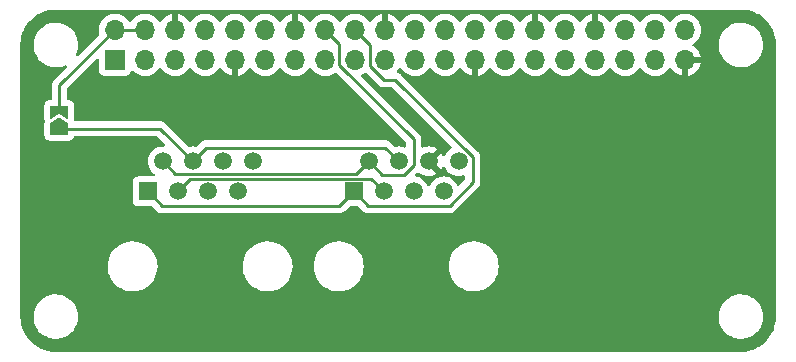
<source format=gbr>
%TF.GenerationSoftware,KiCad,Pcbnew,(5.99.0-12060-g1fa5e43597)*%
%TF.CreationDate,2021-08-23T08:56:31-07:00*%
%TF.ProjectId,uplift_hat,75706c69-6674-45f6-9861-742e6b696361,rev?*%
%TF.SameCoordinates,Original*%
%TF.FileFunction,Copper,L1,Top*%
%TF.FilePolarity,Positive*%
%FSLAX46Y46*%
G04 Gerber Fmt 4.6, Leading zero omitted, Abs format (unit mm)*
G04 Created by KiCad (PCBNEW (5.99.0-12060-g1fa5e43597)) date 2021-08-23 08:56:31*
%MOMM*%
%LPD*%
G01*
G04 APERTURE LIST*
G04 Aperture macros list*
%AMFreePoly0*
4,1,6,1.000000,0.000000,0.500000,-0.750000,-0.500000,-0.750000,-0.500000,0.750000,0.500000,0.750000,1.000000,0.000000,1.000000,0.000000,$1*%
%AMFreePoly1*
4,1,6,0.500000,-0.750000,-0.650000,-0.750000,-0.150000,0.000000,-0.650000,0.750000,0.500000,0.750000,0.500000,-0.750000,0.500000,-0.750000,$1*%
G04 Aperture macros list end*
%TA.AperFunction,ComponentPad*%
%ADD10R,1.500000X1.500000*%
%TD*%
%TA.AperFunction,ComponentPad*%
%ADD11C,1.500000*%
%TD*%
%TA.AperFunction,SMDPad,CuDef*%
%ADD12FreePoly0,90.000000*%
%TD*%
%TA.AperFunction,SMDPad,CuDef*%
%ADD13FreePoly1,90.000000*%
%TD*%
%TA.AperFunction,ComponentPad*%
%ADD14R,1.700000X1.700000*%
%TD*%
%TA.AperFunction,ComponentPad*%
%ADD15O,1.700000X1.700000*%
%TD*%
%TA.AperFunction,Conductor*%
%ADD16C,0.250000*%
%TD*%
G04 APERTURE END LIST*
D10*
%TO.P,J1,1*%
%TO.N,/DOWN*%
X111270000Y-115900000D03*
D11*
%TO.P,J1,2*%
%TO.N,/UP*%
X112540000Y-113360000D03*
%TO.P,J1,3*%
%TO.N,Net-(J1-Pad3)*%
X113810000Y-115900000D03*
%TO.P,J1,4*%
%TO.N,+5V*%
X115080000Y-113360000D03*
%TO.P,J1,5*%
%TO.N,/UART_TX*%
X116350000Y-115900000D03*
%TO.P,J1,6*%
%TO.N,GND*%
X117620000Y-113360000D03*
%TO.P,J1,7*%
%TO.N,/UART_RX*%
X118890000Y-115900000D03*
%TO.P,J1,8*%
%TO.N,Net-(J1-Pad8)*%
X120160000Y-113360000D03*
%TD*%
D10*
%TO.P,J2,1*%
%TO.N,/DOWN*%
X128717500Y-115900000D03*
D11*
%TO.P,J2,2*%
%TO.N,/UP*%
X129987500Y-113360000D03*
%TO.P,J2,3*%
%TO.N,Net-(J1-Pad3)*%
X131257500Y-115900000D03*
%TO.P,J2,4*%
%TO.N,+5V*%
X132527500Y-113360000D03*
%TO.P,J2,5*%
%TO.N,/UART_TX*%
X133797500Y-115900000D03*
%TO.P,J2,6*%
%TO.N,GND*%
X135067500Y-113360000D03*
%TO.P,J2,7*%
%TO.N,/UART_RX*%
X136337500Y-115900000D03*
%TO.P,J2,8*%
%TO.N,Net-(J1-Pad8)*%
X137607500Y-113360000D03*
%TD*%
D12*
%TO.P,JP1,1,A*%
%TO.N,+5V*%
X103800000Y-110600000D03*
D13*
%TO.P,JP1,2,B*%
%TO.N,Net-(J3-Pad2)*%
X103800000Y-109150000D03*
%TD*%
D14*
%TO.P,J3,1,3V3*%
%TO.N,unconnected-(J3-Pad1)*%
X108500000Y-104770000D03*
D15*
%TO.P,J3,2,5V*%
%TO.N,Net-(J3-Pad2)*%
X108500000Y-102230000D03*
%TO.P,J3,3,SDA/GPIO2*%
%TO.N,unconnected-(J3-Pad3)*%
X111040000Y-104770000D03*
%TO.P,J3,4,5V*%
%TO.N,Net-(J3-Pad2)*%
X111040000Y-102230000D03*
%TO.P,J3,5,SCL/GPIO3*%
%TO.N,unconnected-(J3-Pad5)*%
X113580000Y-104770000D03*
%TO.P,J3,6,GND*%
%TO.N,GND*%
X113580000Y-102230000D03*
%TO.P,J3,7,GCLK0/GPIO4*%
%TO.N,unconnected-(J3-Pad7)*%
X116120000Y-104770000D03*
%TO.P,J3,8,GPIO14/TXD*%
%TO.N,/UART_RX*%
X116120000Y-102230000D03*
%TO.P,J3,9,GND*%
%TO.N,GND*%
X118660000Y-104770000D03*
%TO.P,J3,10,GPIO15/RXD*%
%TO.N,/UART_TX*%
X118660000Y-102230000D03*
%TO.P,J3,11,GPIO17*%
%TO.N,unconnected-(J3-Pad11)*%
X121200000Y-104770000D03*
%TO.P,J3,12,GPIO18/PWM0*%
%TO.N,unconnected-(J3-Pad12)*%
X121200000Y-102230000D03*
%TO.P,J3,13,GPIO27*%
%TO.N,unconnected-(J3-Pad13)*%
X123740000Y-104770000D03*
%TO.P,J3,14,GND*%
%TO.N,GND*%
X123740000Y-102230000D03*
%TO.P,J3,15,GPIO22*%
%TO.N,unconnected-(J3-Pad15)*%
X126280000Y-104770000D03*
%TO.P,J3,16,GPIO23*%
%TO.N,/UP*%
X126280000Y-102230000D03*
%TO.P,J3,17,3V3*%
%TO.N,unconnected-(J3-Pad17)*%
X128820000Y-104770000D03*
%TO.P,J3,18,GPIO24*%
%TO.N,/DOWN*%
X128820000Y-102230000D03*
%TO.P,J3,19,MOSI0/GPIO10*%
%TO.N,unconnected-(J3-Pad19)*%
X131360000Y-104770000D03*
%TO.P,J3,20,GND*%
%TO.N,GND*%
X131360000Y-102230000D03*
%TO.P,J3,21,MISO0/GPIO9*%
%TO.N,unconnected-(J3-Pad21)*%
X133900000Y-104770000D03*
%TO.P,J3,22,GPIO25*%
%TO.N,unconnected-(J3-Pad22)*%
X133900000Y-102230000D03*
%TO.P,J3,23,SCLK0/GPIO11*%
%TO.N,unconnected-(J3-Pad23)*%
X136440000Y-104770000D03*
%TO.P,J3,24,~{CE0}/GPIO8*%
%TO.N,unconnected-(J3-Pad24)*%
X136440000Y-102230000D03*
%TO.P,J3,25,GND*%
%TO.N,GND*%
X138980000Y-104770000D03*
%TO.P,J3,26,~{CE1}/GPIO7*%
%TO.N,unconnected-(J3-Pad26)*%
X138980000Y-102230000D03*
%TO.P,J3,27,ID_SD/GPIO0*%
%TO.N,unconnected-(J3-Pad27)*%
X141520000Y-104770000D03*
%TO.P,J3,28,ID_SC/GPIO1*%
%TO.N,unconnected-(J3-Pad28)*%
X141520000Y-102230000D03*
%TO.P,J3,29,GCLK1/GPIO5*%
%TO.N,unconnected-(J3-Pad29)*%
X144060000Y-104770000D03*
%TO.P,J3,30,GND*%
%TO.N,GND*%
X144060000Y-102230000D03*
%TO.P,J3,31,GCLK2/GPIO6*%
%TO.N,unconnected-(J3-Pad31)*%
X146600000Y-104770000D03*
%TO.P,J3,32,PWM0/GPIO12*%
%TO.N,unconnected-(J3-Pad32)*%
X146600000Y-102230000D03*
%TO.P,J3,33,PWM1/GPIO13*%
%TO.N,unconnected-(J3-Pad33)*%
X149140000Y-104770000D03*
%TO.P,J3,34,GND*%
%TO.N,GND*%
X149140000Y-102230000D03*
%TO.P,J3,35,GPIO19/MISO1*%
%TO.N,unconnected-(J3-Pad35)*%
X151680000Y-104770000D03*
%TO.P,J3,36,GPIO16*%
%TO.N,unconnected-(J3-Pad36)*%
X151680000Y-102230000D03*
%TO.P,J3,37,GPIO26*%
%TO.N,unconnected-(J3-Pad37)*%
X154220000Y-104770000D03*
%TO.P,J3,38,GPIO20/MOSI1*%
%TO.N,unconnected-(J3-Pad38)*%
X154220000Y-102230000D03*
%TO.P,J3,39,GND*%
%TO.N,GND*%
X156760000Y-104770000D03*
%TO.P,J3,40,GPIO21/SCLK1*%
%TO.N,unconnected-(J3-Pad40)*%
X156760000Y-102230000D03*
%TD*%
D16*
%TO.N,Net-(J1-Pad3)*%
X114880000Y-114830000D02*
X130187500Y-114830000D01*
X130187500Y-114830000D02*
X131257500Y-115900000D01*
X113810000Y-115900000D02*
X114880000Y-114830000D01*
%TO.N,/UP*%
X128907500Y-114440000D02*
X129987500Y-113360000D01*
X113620000Y-114440000D02*
X128907500Y-114440000D01*
X112540000Y-113360000D02*
X113620000Y-114440000D01*
X127500000Y-105200000D02*
X127500000Y-103450000D01*
X127500000Y-103450000D02*
X126280000Y-102230000D01*
X133800000Y-113700000D02*
X133800000Y-111500000D01*
X133000000Y-114500000D02*
X133800000Y-113700000D01*
X133800000Y-111500000D02*
X127500000Y-105200000D01*
X131127500Y-114500000D02*
X133000000Y-114500000D01*
X129987500Y-113360000D02*
X131127500Y-114500000D01*
%TO.N,/DOWN*%
X130100000Y-103510000D02*
X128820000Y-102230000D01*
X132250000Y-106450000D02*
X131250000Y-106450000D01*
X130100000Y-105300000D02*
X130100000Y-103510000D01*
X138800000Y-115150000D02*
X138800000Y-113000000D01*
X138800000Y-113000000D02*
X132250000Y-106450000D01*
X131250000Y-106450000D02*
X130100000Y-105300000D01*
X136850000Y-117100000D02*
X138800000Y-115150000D01*
X128717500Y-115900000D02*
X129917500Y-117100000D01*
X129917500Y-117100000D02*
X136850000Y-117100000D01*
%TO.N,+5V*%
X131367500Y-112200000D02*
X132527500Y-113360000D01*
X116240000Y-112200000D02*
X131367500Y-112200000D01*
X115080000Y-113360000D02*
X116240000Y-112200000D01*
%TO.N,/DOWN*%
X127517500Y-117100000D02*
X128717500Y-115900000D01*
X112470000Y-117100000D02*
X127517500Y-117100000D01*
X111270000Y-115900000D02*
X112470000Y-117100000D01*
%TO.N,+5V*%
X115080000Y-113360000D02*
X112320000Y-110600000D01*
X112320000Y-110600000D02*
X103800000Y-110600000D01*
%TO.N,Net-(J3-Pad2)*%
X103800000Y-109150000D02*
X103800000Y-106930000D01*
X103800000Y-106930000D02*
X108500000Y-102230000D01*
X108500000Y-102230000D02*
X111040000Y-102230000D01*
%TD*%
%TA.AperFunction,Conductor*%
%TO.N,GND*%
G36*
X161470057Y-100509500D02*
G01*
X161484858Y-100511805D01*
X161484861Y-100511805D01*
X161493730Y-100513186D01*
X161502631Y-100512022D01*
X161502635Y-100512022D01*
X161512411Y-100510743D01*
X161535343Y-100509852D01*
X161806149Y-100524044D01*
X161819265Y-100525422D01*
X162115550Y-100572349D01*
X162128450Y-100575091D01*
X162418205Y-100652731D01*
X162430742Y-100656805D01*
X162678762Y-100752011D01*
X162710787Y-100764304D01*
X162722835Y-100769668D01*
X162990117Y-100905855D01*
X163001538Y-100912449D01*
X163253121Y-101075828D01*
X163263791Y-101083581D01*
X163496908Y-101272355D01*
X163506709Y-101281180D01*
X163718820Y-101493291D01*
X163727645Y-101503092D01*
X163916419Y-101736209D01*
X163924172Y-101746879D01*
X164087551Y-101998462D01*
X164094145Y-102009883D01*
X164230332Y-102277165D01*
X164235696Y-102289213D01*
X164325448Y-102523023D01*
X164343193Y-102569251D01*
X164347269Y-102581795D01*
X164424909Y-102871550D01*
X164427651Y-102884450D01*
X164463263Y-103109292D01*
X164474578Y-103180735D01*
X164475956Y-103193851D01*
X164488930Y-103441412D01*
X164489764Y-103457330D01*
X164488436Y-103483312D01*
X164488195Y-103484856D01*
X164488195Y-103484860D01*
X164486814Y-103493730D01*
X164487978Y-103502632D01*
X164487978Y-103502635D01*
X164490936Y-103525251D01*
X164492000Y-103541589D01*
X164492000Y-126450672D01*
X164490500Y-126470056D01*
X164486814Y-126493730D01*
X164487978Y-126502631D01*
X164487978Y-126502635D01*
X164489257Y-126512411D01*
X164490148Y-126535343D01*
X164475956Y-126806148D01*
X164474578Y-126819265D01*
X164427651Y-127115550D01*
X164424909Y-127128450D01*
X164347269Y-127418205D01*
X164343195Y-127430742D01*
X164278986Y-127598013D01*
X164235696Y-127710787D01*
X164230332Y-127722835D01*
X164094145Y-127990117D01*
X164087551Y-128001538D01*
X163924172Y-128253121D01*
X163916419Y-128263791D01*
X163727645Y-128496908D01*
X163718820Y-128506709D01*
X163506709Y-128718820D01*
X163496908Y-128727645D01*
X163263791Y-128916419D01*
X163253121Y-128924172D01*
X163001538Y-129087551D01*
X162990117Y-129094145D01*
X162722835Y-129230332D01*
X162710786Y-129235696D01*
X162430742Y-129343195D01*
X162418205Y-129347269D01*
X162128450Y-129424909D01*
X162115550Y-129427651D01*
X161819265Y-129474578D01*
X161806149Y-129475956D01*
X161542666Y-129489764D01*
X161516688Y-129488436D01*
X161515144Y-129488195D01*
X161515140Y-129488195D01*
X161506270Y-129486814D01*
X161497368Y-129487978D01*
X161497365Y-129487978D01*
X161474749Y-129490936D01*
X161458411Y-129492000D01*
X103549328Y-129492000D01*
X103529943Y-129490500D01*
X103515142Y-129488195D01*
X103515139Y-129488195D01*
X103506270Y-129486814D01*
X103497369Y-129487978D01*
X103497365Y-129487978D01*
X103487589Y-129489257D01*
X103464657Y-129490148D01*
X103193851Y-129475956D01*
X103180735Y-129474578D01*
X102884450Y-129427651D01*
X102871550Y-129424909D01*
X102581795Y-129347269D01*
X102569258Y-129343195D01*
X102289214Y-129235696D01*
X102277165Y-129230332D01*
X102009883Y-129094145D01*
X101998462Y-129087551D01*
X101746879Y-128924172D01*
X101736209Y-128916419D01*
X101503092Y-128727645D01*
X101493291Y-128718820D01*
X101281180Y-128506709D01*
X101272355Y-128496908D01*
X101083581Y-128263791D01*
X101075828Y-128253121D01*
X100912449Y-128001538D01*
X100905855Y-127990117D01*
X100769668Y-127722835D01*
X100764304Y-127710787D01*
X100721014Y-127598013D01*
X100656805Y-127430742D01*
X100652731Y-127418205D01*
X100575091Y-127128450D01*
X100572349Y-127115550D01*
X100525422Y-126819265D01*
X100524044Y-126806148D01*
X100510236Y-126542670D01*
X100511564Y-126516688D01*
X100511805Y-126515144D01*
X100511805Y-126515140D01*
X100513186Y-126506270D01*
X100511547Y-126493730D01*
X100509064Y-126474749D01*
X100508000Y-126458411D01*
X100508000Y-126440702D01*
X101613122Y-126440702D01*
X101615452Y-126500000D01*
X101623591Y-126707158D01*
X101671499Y-126969479D01*
X101755891Y-127222434D01*
X101757881Y-127226417D01*
X101757882Y-127226419D01*
X101834272Y-127379297D01*
X101875083Y-127460973D01*
X101877610Y-127464629D01*
X101877611Y-127464631D01*
X101977824Y-127609627D01*
X102026696Y-127680339D01*
X102029718Y-127683608D01*
X102204689Y-127872892D01*
X102204694Y-127872897D01*
X102207705Y-127876154D01*
X102414499Y-128044511D01*
X102642952Y-128182051D01*
X102647047Y-128183785D01*
X102647049Y-128183786D01*
X102884404Y-128284293D01*
X102884411Y-128284295D01*
X102888505Y-128286029D01*
X103146260Y-128354372D01*
X103150684Y-128354896D01*
X103150686Y-128354896D01*
X103256761Y-128367450D01*
X103411072Y-128385714D01*
X103677659Y-128379432D01*
X103828219Y-128354372D01*
X103936310Y-128336381D01*
X103936314Y-128336380D01*
X103940700Y-128335650D01*
X103944941Y-128334309D01*
X103944944Y-128334308D01*
X104190703Y-128256584D01*
X104190705Y-128256583D01*
X104194949Y-128255241D01*
X104198960Y-128253315D01*
X104198965Y-128253313D01*
X104431313Y-128141741D01*
X104431314Y-128141740D01*
X104435332Y-128139811D01*
X104574517Y-128046811D01*
X104653344Y-127994141D01*
X104653348Y-127994138D01*
X104657052Y-127991663D01*
X104855686Y-127813751D01*
X105027270Y-127609627D01*
X105034514Y-127598013D01*
X105166028Y-127387137D01*
X105168382Y-127383363D01*
X105276204Y-127139473D01*
X105348587Y-126882824D01*
X105358886Y-126806148D01*
X105383658Y-126621719D01*
X105383659Y-126621711D01*
X105384085Y-126618537D01*
X105386469Y-126542670D01*
X105387709Y-126503222D01*
X105387709Y-126503217D01*
X105387810Y-126500000D01*
X105384318Y-126450672D01*
X105383612Y-126440702D01*
X159613122Y-126440702D01*
X159615452Y-126500000D01*
X159623591Y-126707158D01*
X159671499Y-126969479D01*
X159755891Y-127222434D01*
X159757881Y-127226417D01*
X159757882Y-127226419D01*
X159834272Y-127379297D01*
X159875083Y-127460973D01*
X159877610Y-127464629D01*
X159877611Y-127464631D01*
X159977824Y-127609627D01*
X160026696Y-127680339D01*
X160029718Y-127683608D01*
X160204689Y-127872892D01*
X160204694Y-127872897D01*
X160207705Y-127876154D01*
X160414499Y-128044511D01*
X160642952Y-128182051D01*
X160647047Y-128183785D01*
X160647049Y-128183786D01*
X160884404Y-128284293D01*
X160884411Y-128284295D01*
X160888505Y-128286029D01*
X161146260Y-128354372D01*
X161150684Y-128354896D01*
X161150686Y-128354896D01*
X161256761Y-128367450D01*
X161411072Y-128385714D01*
X161677659Y-128379432D01*
X161828219Y-128354372D01*
X161936310Y-128336381D01*
X161936314Y-128336380D01*
X161940700Y-128335650D01*
X161944941Y-128334309D01*
X161944944Y-128334308D01*
X162190703Y-128256584D01*
X162190705Y-128256583D01*
X162194949Y-128255241D01*
X162198960Y-128253315D01*
X162198965Y-128253313D01*
X162431313Y-128141741D01*
X162431314Y-128141740D01*
X162435332Y-128139811D01*
X162574517Y-128046811D01*
X162653344Y-127994141D01*
X162653348Y-127994138D01*
X162657052Y-127991663D01*
X162855686Y-127813751D01*
X163027270Y-127609627D01*
X163034514Y-127598013D01*
X163166028Y-127387137D01*
X163168382Y-127383363D01*
X163276204Y-127139473D01*
X163348587Y-126882824D01*
X163358886Y-126806148D01*
X163383658Y-126621719D01*
X163383659Y-126621711D01*
X163384085Y-126618537D01*
X163386469Y-126542670D01*
X163387709Y-126503222D01*
X163387709Y-126503217D01*
X163387810Y-126500000D01*
X163384318Y-126450672D01*
X163369292Y-126238454D01*
X163368977Y-126234005D01*
X163312852Y-125973318D01*
X163220556Y-125723139D01*
X163093931Y-125488461D01*
X162935502Y-125273965D01*
X162748431Y-125083933D01*
X162744892Y-125081232D01*
X162744885Y-125081226D01*
X162539991Y-124924857D01*
X162536451Y-124922155D01*
X162479708Y-124890377D01*
X162307676Y-124794034D01*
X162307673Y-124794033D01*
X162303790Y-124791858D01*
X162299645Y-124790254D01*
X162299642Y-124790253D01*
X162162058Y-124737026D01*
X162055092Y-124695644D01*
X162050767Y-124694641D01*
X162050762Y-124694640D01*
X161908287Y-124661616D01*
X161795319Y-124635432D01*
X161529652Y-124612423D01*
X161525217Y-124612667D01*
X161525213Y-124612667D01*
X161267838Y-124626831D01*
X161267831Y-124626832D01*
X161263395Y-124627076D01*
X161001858Y-124679099D01*
X160750260Y-124767454D01*
X160513622Y-124890377D01*
X160510007Y-124892960D01*
X160510001Y-124892964D01*
X160373042Y-124990837D01*
X160296665Y-125045417D01*
X160103717Y-125229480D01*
X159938629Y-125438893D01*
X159909838Y-125488461D01*
X159806929Y-125665631D01*
X159806926Y-125665637D01*
X159804695Y-125669478D01*
X159704586Y-125916635D01*
X159640301Y-126175431D01*
X159613122Y-126440702D01*
X105383612Y-126440702D01*
X105369292Y-126238454D01*
X105368977Y-126234005D01*
X105312852Y-125973318D01*
X105220556Y-125723139D01*
X105093931Y-125488461D01*
X104935502Y-125273965D01*
X104748431Y-125083933D01*
X104744892Y-125081232D01*
X104744885Y-125081226D01*
X104539991Y-124924857D01*
X104536451Y-124922155D01*
X104479708Y-124890377D01*
X104307676Y-124794034D01*
X104307673Y-124794033D01*
X104303790Y-124791858D01*
X104299645Y-124790254D01*
X104299642Y-124790253D01*
X104162058Y-124737026D01*
X104055092Y-124695644D01*
X104050767Y-124694641D01*
X104050762Y-124694640D01*
X103908287Y-124661616D01*
X103795319Y-124635432D01*
X103529652Y-124612423D01*
X103525217Y-124612667D01*
X103525213Y-124612667D01*
X103267838Y-124626831D01*
X103267831Y-124626832D01*
X103263395Y-124627076D01*
X103001858Y-124679099D01*
X102750260Y-124767454D01*
X102513622Y-124890377D01*
X102510007Y-124892960D01*
X102510001Y-124892964D01*
X102373042Y-124990837D01*
X102296665Y-125045417D01*
X102103717Y-125229480D01*
X101938629Y-125438893D01*
X101909838Y-125488461D01*
X101806929Y-125665631D01*
X101806926Y-125665637D01*
X101804695Y-125669478D01*
X101704586Y-125916635D01*
X101640301Y-126175431D01*
X101613122Y-126440702D01*
X100508000Y-126440702D01*
X100508000Y-122227869D01*
X107886689Y-122227869D01*
X107903238Y-122514883D01*
X107904063Y-122519088D01*
X107904064Y-122519096D01*
X107936010Y-122681921D01*
X107958586Y-122796995D01*
X107959973Y-122801045D01*
X107959974Y-122801050D01*
X108050321Y-123064930D01*
X108051710Y-123068986D01*
X108180885Y-123325822D01*
X108343721Y-123562750D01*
X108537206Y-123775388D01*
X108540501Y-123778143D01*
X108540502Y-123778144D01*
X108591258Y-123820582D01*
X108757759Y-123959798D01*
X109001298Y-124112571D01*
X109263318Y-124230877D01*
X109267437Y-124232097D01*
X109534857Y-124311311D01*
X109534862Y-124311312D01*
X109538970Y-124312529D01*
X109543204Y-124313177D01*
X109543209Y-124313178D01*
X109791811Y-124351219D01*
X109823153Y-124356015D01*
X109969485Y-124358314D01*
X110106317Y-124360464D01*
X110106323Y-124360464D01*
X110110608Y-124360531D01*
X110114860Y-124360016D01*
X110114868Y-124360016D01*
X110391756Y-124326508D01*
X110391761Y-124326507D01*
X110396017Y-124325992D01*
X110674097Y-124253039D01*
X110939704Y-124143021D01*
X111187922Y-123997974D01*
X111414159Y-123820582D01*
X111455285Y-123778144D01*
X111611244Y-123617206D01*
X111614227Y-123614128D01*
X111616760Y-123610680D01*
X111616764Y-123610675D01*
X111781887Y-123385886D01*
X111784425Y-123382431D01*
X111921604Y-123129779D01*
X112023225Y-122860848D01*
X112087407Y-122580613D01*
X112112963Y-122294260D01*
X112113427Y-122250000D01*
X112111918Y-122227869D01*
X119316689Y-122227869D01*
X119333238Y-122514883D01*
X119334063Y-122519088D01*
X119334064Y-122519096D01*
X119366010Y-122681921D01*
X119388586Y-122796995D01*
X119389973Y-122801045D01*
X119389974Y-122801050D01*
X119480321Y-123064930D01*
X119481710Y-123068986D01*
X119610885Y-123325822D01*
X119773721Y-123562750D01*
X119967206Y-123775388D01*
X119970501Y-123778143D01*
X119970502Y-123778144D01*
X120021258Y-123820582D01*
X120187759Y-123959798D01*
X120431298Y-124112571D01*
X120693318Y-124230877D01*
X120697437Y-124232097D01*
X120964857Y-124311311D01*
X120964862Y-124311312D01*
X120968970Y-124312529D01*
X120973204Y-124313177D01*
X120973209Y-124313178D01*
X121221811Y-124351219D01*
X121253153Y-124356015D01*
X121399485Y-124358314D01*
X121536317Y-124360464D01*
X121536323Y-124360464D01*
X121540608Y-124360531D01*
X121544860Y-124360016D01*
X121544868Y-124360016D01*
X121821756Y-124326508D01*
X121821761Y-124326507D01*
X121826017Y-124325992D01*
X122104097Y-124253039D01*
X122369704Y-124143021D01*
X122617922Y-123997974D01*
X122844159Y-123820582D01*
X122885285Y-123778144D01*
X123041244Y-123617206D01*
X123044227Y-123614128D01*
X123046760Y-123610680D01*
X123046764Y-123610675D01*
X123211887Y-123385886D01*
X123214425Y-123382431D01*
X123351604Y-123129779D01*
X123453225Y-122860848D01*
X123517407Y-122580613D01*
X123542963Y-122294260D01*
X123543427Y-122250000D01*
X123541918Y-122227869D01*
X125334189Y-122227869D01*
X125350738Y-122514883D01*
X125351563Y-122519088D01*
X125351564Y-122519096D01*
X125383510Y-122681921D01*
X125406086Y-122796995D01*
X125407473Y-122801045D01*
X125407474Y-122801050D01*
X125497821Y-123064930D01*
X125499210Y-123068986D01*
X125628385Y-123325822D01*
X125791221Y-123562750D01*
X125984706Y-123775388D01*
X125988001Y-123778143D01*
X125988002Y-123778144D01*
X126038758Y-123820582D01*
X126205259Y-123959798D01*
X126448798Y-124112571D01*
X126710818Y-124230877D01*
X126714937Y-124232097D01*
X126982357Y-124311311D01*
X126982362Y-124311312D01*
X126986470Y-124312529D01*
X126990704Y-124313177D01*
X126990709Y-124313178D01*
X127239311Y-124351219D01*
X127270653Y-124356015D01*
X127416985Y-124358314D01*
X127553817Y-124360464D01*
X127553823Y-124360464D01*
X127558108Y-124360531D01*
X127562360Y-124360016D01*
X127562368Y-124360016D01*
X127839256Y-124326508D01*
X127839261Y-124326507D01*
X127843517Y-124325992D01*
X128121597Y-124253039D01*
X128387204Y-124143021D01*
X128635422Y-123997974D01*
X128861659Y-123820582D01*
X128902785Y-123778144D01*
X129058744Y-123617206D01*
X129061727Y-123614128D01*
X129064260Y-123610680D01*
X129064264Y-123610675D01*
X129229387Y-123385886D01*
X129231925Y-123382431D01*
X129369104Y-123129779D01*
X129470725Y-122860848D01*
X129534907Y-122580613D01*
X129560463Y-122294260D01*
X129560927Y-122250000D01*
X129559418Y-122227869D01*
X136764189Y-122227869D01*
X136780738Y-122514883D01*
X136781563Y-122519088D01*
X136781564Y-122519096D01*
X136813510Y-122681921D01*
X136836086Y-122796995D01*
X136837473Y-122801045D01*
X136837474Y-122801050D01*
X136927821Y-123064930D01*
X136929210Y-123068986D01*
X137058385Y-123325822D01*
X137221221Y-123562750D01*
X137414706Y-123775388D01*
X137418001Y-123778143D01*
X137418002Y-123778144D01*
X137468758Y-123820582D01*
X137635259Y-123959798D01*
X137878798Y-124112571D01*
X138140818Y-124230877D01*
X138144937Y-124232097D01*
X138412357Y-124311311D01*
X138412362Y-124311312D01*
X138416470Y-124312529D01*
X138420704Y-124313177D01*
X138420709Y-124313178D01*
X138669311Y-124351219D01*
X138700653Y-124356015D01*
X138846985Y-124358314D01*
X138983817Y-124360464D01*
X138983823Y-124360464D01*
X138988108Y-124360531D01*
X138992360Y-124360016D01*
X138992368Y-124360016D01*
X139269256Y-124326508D01*
X139269261Y-124326507D01*
X139273517Y-124325992D01*
X139551597Y-124253039D01*
X139817204Y-124143021D01*
X140065422Y-123997974D01*
X140291659Y-123820582D01*
X140332785Y-123778144D01*
X140488744Y-123617206D01*
X140491727Y-123614128D01*
X140494260Y-123610680D01*
X140494264Y-123610675D01*
X140659387Y-123385886D01*
X140661925Y-123382431D01*
X140799104Y-123129779D01*
X140900725Y-122860848D01*
X140964907Y-122580613D01*
X140990463Y-122294260D01*
X140990927Y-122250000D01*
X140971373Y-121963175D01*
X140966836Y-121941264D01*
X140913943Y-121685855D01*
X140913074Y-121681658D01*
X140817107Y-121410657D01*
X140685250Y-121155188D01*
X140671988Y-121136317D01*
X140522404Y-120923482D01*
X140519941Y-120919977D01*
X140324240Y-120709378D01*
X140101768Y-120527287D01*
X139856642Y-120377073D01*
X139838548Y-120369130D01*
X139597330Y-120263243D01*
X139593398Y-120261517D01*
X139567463Y-120254129D01*
X139321034Y-120183932D01*
X139321035Y-120183932D01*
X139316906Y-120182756D01*
X139104204Y-120152485D01*
X139036536Y-120142854D01*
X139036534Y-120142854D01*
X139032284Y-120142249D01*
X139027995Y-120142227D01*
X139027988Y-120142226D01*
X138749083Y-120140765D01*
X138749076Y-120140765D01*
X138744797Y-120140743D01*
X138740553Y-120141302D01*
X138740549Y-120141302D01*
X138615160Y-120157810D01*
X138459766Y-120178268D01*
X138455626Y-120179401D01*
X138455624Y-120179401D01*
X138378811Y-120200415D01*
X138182464Y-120254129D01*
X138178516Y-120255813D01*
X137921976Y-120365237D01*
X137921972Y-120365239D01*
X137918024Y-120366923D01*
X137793460Y-120441473D01*
X137675021Y-120512357D01*
X137675017Y-120512360D01*
X137671339Y-120514561D01*
X137446972Y-120694313D01*
X137249077Y-120902851D01*
X137081314Y-121136317D01*
X136946788Y-121390392D01*
X136847989Y-121660373D01*
X136786745Y-121941264D01*
X136764189Y-122227869D01*
X129559418Y-122227869D01*
X129541373Y-121963175D01*
X129536836Y-121941264D01*
X129483943Y-121685855D01*
X129483074Y-121681658D01*
X129387107Y-121410657D01*
X129255250Y-121155188D01*
X129241988Y-121136317D01*
X129092404Y-120923482D01*
X129089941Y-120919977D01*
X128894240Y-120709378D01*
X128671768Y-120527287D01*
X128426642Y-120377073D01*
X128408548Y-120369130D01*
X128167330Y-120263243D01*
X128163398Y-120261517D01*
X128137463Y-120254129D01*
X127891034Y-120183932D01*
X127891035Y-120183932D01*
X127886906Y-120182756D01*
X127674204Y-120152485D01*
X127606536Y-120142854D01*
X127606534Y-120142854D01*
X127602284Y-120142249D01*
X127597995Y-120142227D01*
X127597988Y-120142226D01*
X127319083Y-120140765D01*
X127319076Y-120140765D01*
X127314797Y-120140743D01*
X127310553Y-120141302D01*
X127310549Y-120141302D01*
X127185160Y-120157810D01*
X127029766Y-120178268D01*
X127025626Y-120179401D01*
X127025624Y-120179401D01*
X126948811Y-120200415D01*
X126752464Y-120254129D01*
X126748516Y-120255813D01*
X126491976Y-120365237D01*
X126491972Y-120365239D01*
X126488024Y-120366923D01*
X126363460Y-120441473D01*
X126245021Y-120512357D01*
X126245017Y-120512360D01*
X126241339Y-120514561D01*
X126016972Y-120694313D01*
X125819077Y-120902851D01*
X125651314Y-121136317D01*
X125516788Y-121390392D01*
X125417989Y-121660373D01*
X125356745Y-121941264D01*
X125334189Y-122227869D01*
X123541918Y-122227869D01*
X123523873Y-121963175D01*
X123519336Y-121941264D01*
X123466443Y-121685855D01*
X123465574Y-121681658D01*
X123369607Y-121410657D01*
X123237750Y-121155188D01*
X123224488Y-121136317D01*
X123074904Y-120923482D01*
X123072441Y-120919977D01*
X122876740Y-120709378D01*
X122654268Y-120527287D01*
X122409142Y-120377073D01*
X122391048Y-120369130D01*
X122149830Y-120263243D01*
X122145898Y-120261517D01*
X122119963Y-120254129D01*
X121873534Y-120183932D01*
X121873535Y-120183932D01*
X121869406Y-120182756D01*
X121656704Y-120152485D01*
X121589036Y-120142854D01*
X121589034Y-120142854D01*
X121584784Y-120142249D01*
X121580495Y-120142227D01*
X121580488Y-120142226D01*
X121301583Y-120140765D01*
X121301576Y-120140765D01*
X121297297Y-120140743D01*
X121293053Y-120141302D01*
X121293049Y-120141302D01*
X121167660Y-120157810D01*
X121012266Y-120178268D01*
X121008126Y-120179401D01*
X121008124Y-120179401D01*
X120931311Y-120200415D01*
X120734964Y-120254129D01*
X120731016Y-120255813D01*
X120474476Y-120365237D01*
X120474472Y-120365239D01*
X120470524Y-120366923D01*
X120345960Y-120441473D01*
X120227521Y-120512357D01*
X120227517Y-120512360D01*
X120223839Y-120514561D01*
X119999472Y-120694313D01*
X119801577Y-120902851D01*
X119633814Y-121136317D01*
X119499288Y-121390392D01*
X119400489Y-121660373D01*
X119339245Y-121941264D01*
X119316689Y-122227869D01*
X112111918Y-122227869D01*
X112093873Y-121963175D01*
X112089336Y-121941264D01*
X112036443Y-121685855D01*
X112035574Y-121681658D01*
X111939607Y-121410657D01*
X111807750Y-121155188D01*
X111794488Y-121136317D01*
X111644904Y-120923482D01*
X111642441Y-120919977D01*
X111446740Y-120709378D01*
X111224268Y-120527287D01*
X110979142Y-120377073D01*
X110961048Y-120369130D01*
X110719830Y-120263243D01*
X110715898Y-120261517D01*
X110689963Y-120254129D01*
X110443534Y-120183932D01*
X110443535Y-120183932D01*
X110439406Y-120182756D01*
X110226704Y-120152485D01*
X110159036Y-120142854D01*
X110159034Y-120142854D01*
X110154784Y-120142249D01*
X110150495Y-120142227D01*
X110150488Y-120142226D01*
X109871583Y-120140765D01*
X109871576Y-120140765D01*
X109867297Y-120140743D01*
X109863053Y-120141302D01*
X109863049Y-120141302D01*
X109737660Y-120157810D01*
X109582266Y-120178268D01*
X109578126Y-120179401D01*
X109578124Y-120179401D01*
X109501311Y-120200415D01*
X109304964Y-120254129D01*
X109301016Y-120255813D01*
X109044476Y-120365237D01*
X109044472Y-120365239D01*
X109040524Y-120366923D01*
X108915960Y-120441473D01*
X108797521Y-120512357D01*
X108797517Y-120512360D01*
X108793839Y-120514561D01*
X108569472Y-120694313D01*
X108371577Y-120902851D01*
X108203814Y-121136317D01*
X108069288Y-121390392D01*
X107970489Y-121660373D01*
X107909245Y-121941264D01*
X107886689Y-122227869D01*
X100508000Y-122227869D01*
X100508000Y-103549328D01*
X100509500Y-103529943D01*
X100511805Y-103515142D01*
X100511805Y-103515139D01*
X100513186Y-103506270D01*
X100512022Y-103497369D01*
X100512022Y-103497365D01*
X100510743Y-103487589D01*
X100509852Y-103464657D01*
X100511107Y-103440702D01*
X101613122Y-103440702D01*
X101614461Y-103474771D01*
X101615452Y-103500000D01*
X101622261Y-103673295D01*
X101623591Y-103707158D01*
X101624391Y-103711538D01*
X101665801Y-103938277D01*
X101671499Y-103969479D01*
X101755891Y-104222434D01*
X101757881Y-104226417D01*
X101757882Y-104226419D01*
X101867727Y-104446251D01*
X101875083Y-104460973D01*
X101877610Y-104464629D01*
X101877611Y-104464631D01*
X101977824Y-104609627D01*
X102026696Y-104680339D01*
X102029718Y-104683608D01*
X102204689Y-104872892D01*
X102204694Y-104872897D01*
X102207705Y-104876154D01*
X102414499Y-105044511D01*
X102418317Y-105046810D01*
X102418319Y-105046811D01*
X102568679Y-105137335D01*
X102642952Y-105182051D01*
X102647047Y-105183785D01*
X102647049Y-105183786D01*
X102884404Y-105284293D01*
X102884411Y-105284295D01*
X102888505Y-105286029D01*
X103146260Y-105354372D01*
X103150684Y-105354896D01*
X103150686Y-105354896D01*
X103255152Y-105367260D01*
X103411072Y-105385714D01*
X103677659Y-105379432D01*
X103828219Y-105354372D01*
X103936310Y-105336381D01*
X103936314Y-105336380D01*
X103940700Y-105335650D01*
X103944941Y-105334309D01*
X103944944Y-105334308D01*
X104190703Y-105256584D01*
X104190705Y-105256583D01*
X104194949Y-105255241D01*
X104198960Y-105253315D01*
X104198965Y-105253313D01*
X104267264Y-105220516D01*
X104337330Y-105209059D01*
X104402468Y-105237302D01*
X104441995Y-105296277D01*
X104443364Y-105367260D01*
X104410901Y-105423194D01*
X103407747Y-106426348D01*
X103399461Y-106433888D01*
X103392982Y-106438000D01*
X103387557Y-106443777D01*
X103346357Y-106487651D01*
X103343602Y-106490493D01*
X103323865Y-106510230D01*
X103321385Y-106513427D01*
X103313682Y-106522447D01*
X103283414Y-106554679D01*
X103279595Y-106561625D01*
X103279593Y-106561628D01*
X103273652Y-106572434D01*
X103262801Y-106588953D01*
X103250386Y-106604959D01*
X103247241Y-106612228D01*
X103247238Y-106612232D01*
X103232826Y-106645537D01*
X103227609Y-106656187D01*
X103206305Y-106694940D01*
X103204334Y-106702615D01*
X103204334Y-106702616D01*
X103201267Y-106714562D01*
X103194863Y-106733266D01*
X103186819Y-106751855D01*
X103185580Y-106759678D01*
X103185577Y-106759688D01*
X103179901Y-106795524D01*
X103177495Y-106807144D01*
X103166500Y-106849970D01*
X103166500Y-106870224D01*
X103164949Y-106889934D01*
X103161780Y-106909943D01*
X103162526Y-106917835D01*
X103165941Y-106953961D01*
X103166500Y-106965819D01*
X103166500Y-108010629D01*
X103146498Y-108078750D01*
X103092842Y-108125243D01*
X103049490Y-108136307D01*
X102976889Y-108141500D01*
X102897382Y-108164845D01*
X102845235Y-108180157D01*
X102845233Y-108180158D01*
X102836589Y-108182696D01*
X102829010Y-108187567D01*
X102721159Y-108256878D01*
X102721156Y-108256880D01*
X102713579Y-108261750D01*
X102707678Y-108268560D01*
X102623726Y-108365445D01*
X102623724Y-108365448D01*
X102617824Y-108372257D01*
X102557081Y-108505266D01*
X102536271Y-108650000D01*
X102536271Y-109800000D01*
X102542800Y-109881645D01*
X102544890Y-109888343D01*
X102544890Y-109888345D01*
X102551328Y-109908981D01*
X102555762Y-109964438D01*
X102549194Y-110010121D01*
X102536271Y-110100000D01*
X102536271Y-111100000D01*
X102541500Y-111173111D01*
X102557902Y-111228971D01*
X102578788Y-111300100D01*
X102582696Y-111313411D01*
X102600557Y-111341203D01*
X102656878Y-111428841D01*
X102656880Y-111428844D01*
X102661750Y-111436421D01*
X102668560Y-111442322D01*
X102765445Y-111526274D01*
X102765448Y-111526276D01*
X102772257Y-111532176D01*
X102905266Y-111592919D01*
X102914189Y-111594202D01*
X102930100Y-111596490D01*
X103050000Y-111613729D01*
X104550000Y-111613729D01*
X104581986Y-111611441D01*
X104616373Y-111608982D01*
X104616374Y-111608982D01*
X104623111Y-111608500D01*
X104714976Y-111581526D01*
X104754765Y-111569843D01*
X104754767Y-111569842D01*
X104763411Y-111567304D01*
X104827255Y-111526274D01*
X104878841Y-111493122D01*
X104878844Y-111493120D01*
X104886421Y-111488250D01*
X104914244Y-111456141D01*
X104976274Y-111384555D01*
X104976276Y-111384552D01*
X104982176Y-111377743D01*
X105014411Y-111307158D01*
X105060904Y-111253502D01*
X105129025Y-111233500D01*
X112005406Y-111233500D01*
X112073527Y-111253502D01*
X112094501Y-111270405D01*
X112712510Y-111888414D01*
X112746536Y-111950726D01*
X112741471Y-112021541D01*
X112698924Y-112078377D01*
X112632404Y-112103188D01*
X112612434Y-112103030D01*
X112545475Y-112097172D01*
X112540000Y-112096693D01*
X112320629Y-112115885D01*
X112107924Y-112172880D01*
X112040784Y-112204188D01*
X111913334Y-112263618D01*
X111913329Y-112263621D01*
X111908347Y-112265944D01*
X111903840Y-112269100D01*
X111903838Y-112269101D01*
X111732473Y-112389092D01*
X111732470Y-112389094D01*
X111727962Y-112392251D01*
X111572251Y-112547962D01*
X111569094Y-112552470D01*
X111569092Y-112552473D01*
X111449101Y-112723838D01*
X111445944Y-112728347D01*
X111443621Y-112733329D01*
X111443618Y-112733334D01*
X111396756Y-112833831D01*
X111352880Y-112927924D01*
X111295885Y-113140629D01*
X111276693Y-113360000D01*
X111295885Y-113579371D01*
X111352880Y-113792076D01*
X111374635Y-113838730D01*
X111443618Y-113986666D01*
X111443621Y-113986671D01*
X111445944Y-113991653D01*
X111449100Y-113996160D01*
X111449101Y-113996162D01*
X111550463Y-114140921D01*
X111572251Y-114172038D01*
X111727962Y-114327749D01*
X111732471Y-114330906D01*
X111732473Y-114330908D01*
X111848694Y-114412287D01*
X111893022Y-114467744D01*
X111900331Y-114538364D01*
X111868300Y-114601724D01*
X111807099Y-114637709D01*
X111776423Y-114641500D01*
X110471866Y-114641500D01*
X110409684Y-114648255D01*
X110273295Y-114699385D01*
X110156739Y-114786739D01*
X110069385Y-114903295D01*
X110018255Y-115039684D01*
X110011500Y-115101866D01*
X110011500Y-116698134D01*
X110018255Y-116760316D01*
X110069385Y-116896705D01*
X110156739Y-117013261D01*
X110273295Y-117100615D01*
X110409684Y-117151745D01*
X110471866Y-117158500D01*
X111580406Y-117158500D01*
X111648527Y-117178502D01*
X111669501Y-117195405D01*
X111966343Y-117492247D01*
X111973887Y-117500537D01*
X111978000Y-117507018D01*
X111983777Y-117512443D01*
X112027667Y-117553658D01*
X112030509Y-117556413D01*
X112050230Y-117576134D01*
X112053425Y-117578612D01*
X112062447Y-117586318D01*
X112094679Y-117616586D01*
X112101628Y-117620406D01*
X112112432Y-117626346D01*
X112128956Y-117637199D01*
X112144959Y-117649613D01*
X112185543Y-117667176D01*
X112196173Y-117672383D01*
X112234940Y-117693695D01*
X112242617Y-117695666D01*
X112242622Y-117695668D01*
X112254558Y-117698732D01*
X112273266Y-117705137D01*
X112291855Y-117713181D01*
X112299683Y-117714421D01*
X112299690Y-117714423D01*
X112335524Y-117720099D01*
X112347144Y-117722505D01*
X112378959Y-117730673D01*
X112389970Y-117733500D01*
X112410224Y-117733500D01*
X112429934Y-117735051D01*
X112449943Y-117738220D01*
X112457835Y-117737474D01*
X112476580Y-117735702D01*
X112493962Y-117734059D01*
X112505819Y-117733500D01*
X127438733Y-117733500D01*
X127449916Y-117734027D01*
X127457409Y-117735702D01*
X127465335Y-117735453D01*
X127465336Y-117735453D01*
X127525486Y-117733562D01*
X127529445Y-117733500D01*
X127557356Y-117733500D01*
X127561291Y-117733003D01*
X127561356Y-117732995D01*
X127573193Y-117732062D01*
X127605451Y-117731048D01*
X127609470Y-117730922D01*
X127617389Y-117730673D01*
X127636843Y-117725021D01*
X127656200Y-117721013D01*
X127668430Y-117719468D01*
X127668431Y-117719468D01*
X127676297Y-117718474D01*
X127683668Y-117715555D01*
X127683670Y-117715555D01*
X127717412Y-117702196D01*
X127728642Y-117698351D01*
X127763483Y-117688229D01*
X127763484Y-117688229D01*
X127771093Y-117686018D01*
X127777912Y-117681985D01*
X127777917Y-117681983D01*
X127788528Y-117675707D01*
X127806276Y-117667012D01*
X127825117Y-117659552D01*
X127845487Y-117644753D01*
X127860887Y-117633564D01*
X127870807Y-117627048D01*
X127902035Y-117608580D01*
X127902038Y-117608578D01*
X127908862Y-117604542D01*
X127923183Y-117590221D01*
X127938217Y-117577380D01*
X127939932Y-117576134D01*
X127954607Y-117565472D01*
X127982798Y-117531395D01*
X127990788Y-117522616D01*
X128317999Y-117195405D01*
X128380311Y-117161379D01*
X128407094Y-117158500D01*
X129027906Y-117158500D01*
X129096027Y-117178502D01*
X129117001Y-117195405D01*
X129413843Y-117492247D01*
X129421387Y-117500537D01*
X129425500Y-117507018D01*
X129431277Y-117512443D01*
X129475167Y-117553658D01*
X129478009Y-117556413D01*
X129497730Y-117576134D01*
X129500925Y-117578612D01*
X129509947Y-117586318D01*
X129542179Y-117616586D01*
X129549128Y-117620406D01*
X129559932Y-117626346D01*
X129576456Y-117637199D01*
X129592459Y-117649613D01*
X129633043Y-117667176D01*
X129643673Y-117672383D01*
X129682440Y-117693695D01*
X129690117Y-117695666D01*
X129690122Y-117695668D01*
X129702058Y-117698732D01*
X129720766Y-117705137D01*
X129739355Y-117713181D01*
X129747183Y-117714421D01*
X129747190Y-117714423D01*
X129783024Y-117720099D01*
X129794644Y-117722505D01*
X129826459Y-117730673D01*
X129837470Y-117733500D01*
X129857724Y-117733500D01*
X129877434Y-117735051D01*
X129897443Y-117738220D01*
X129905335Y-117737474D01*
X129924080Y-117735702D01*
X129941462Y-117734059D01*
X129953319Y-117733500D01*
X136771233Y-117733500D01*
X136782416Y-117734027D01*
X136789909Y-117735702D01*
X136797835Y-117735453D01*
X136797836Y-117735453D01*
X136857986Y-117733562D01*
X136861945Y-117733500D01*
X136889856Y-117733500D01*
X136893791Y-117733003D01*
X136893856Y-117732995D01*
X136905693Y-117732062D01*
X136937951Y-117731048D01*
X136941970Y-117730922D01*
X136949889Y-117730673D01*
X136969343Y-117725021D01*
X136988700Y-117721013D01*
X137000930Y-117719468D01*
X137000931Y-117719468D01*
X137008797Y-117718474D01*
X137016168Y-117715555D01*
X137016170Y-117715555D01*
X137049912Y-117702196D01*
X137061142Y-117698351D01*
X137095983Y-117688229D01*
X137095984Y-117688229D01*
X137103593Y-117686018D01*
X137110412Y-117681985D01*
X137110417Y-117681983D01*
X137121028Y-117675707D01*
X137138776Y-117667012D01*
X137157617Y-117659552D01*
X137177987Y-117644753D01*
X137193387Y-117633564D01*
X137203307Y-117627048D01*
X137234535Y-117608580D01*
X137234538Y-117608578D01*
X137241362Y-117604542D01*
X137255683Y-117590221D01*
X137270717Y-117577380D01*
X137272432Y-117576134D01*
X137287107Y-117565472D01*
X137315298Y-117531395D01*
X137323288Y-117522616D01*
X139192247Y-115653657D01*
X139200537Y-115646113D01*
X139207018Y-115642000D01*
X139253659Y-115592332D01*
X139256413Y-115589491D01*
X139276134Y-115569770D01*
X139278612Y-115566575D01*
X139286318Y-115557553D01*
X139311158Y-115531101D01*
X139316586Y-115525321D01*
X139326346Y-115507568D01*
X139337199Y-115491045D01*
X139344753Y-115481306D01*
X139349613Y-115475041D01*
X139367176Y-115434457D01*
X139372383Y-115423827D01*
X139393695Y-115385060D01*
X139395666Y-115377383D01*
X139395668Y-115377378D01*
X139398732Y-115365442D01*
X139405138Y-115346730D01*
X139410034Y-115335417D01*
X139413181Y-115328145D01*
X139415620Y-115312750D01*
X139420097Y-115284481D01*
X139422504Y-115272860D01*
X139431528Y-115237711D01*
X139431528Y-115237710D01*
X139433500Y-115230030D01*
X139433500Y-115209769D01*
X139435051Y-115190058D01*
X139436979Y-115177885D01*
X139438219Y-115170057D01*
X139434059Y-115126046D01*
X139433500Y-115114189D01*
X139433500Y-113078767D01*
X139434027Y-113067584D01*
X139435702Y-113060091D01*
X139433562Y-112992000D01*
X139433500Y-112988043D01*
X139433500Y-112960144D01*
X139432996Y-112956153D01*
X139432063Y-112944311D01*
X139431743Y-112934106D01*
X139430674Y-112900111D01*
X139428462Y-112892497D01*
X139428461Y-112892492D01*
X139425023Y-112880659D01*
X139421012Y-112861295D01*
X139419467Y-112849064D01*
X139418474Y-112841203D01*
X139415557Y-112833836D01*
X139415556Y-112833831D01*
X139402198Y-112800092D01*
X139398354Y-112788865D01*
X139388230Y-112754022D01*
X139386018Y-112746407D01*
X139378434Y-112733583D01*
X139375707Y-112728972D01*
X139367012Y-112711224D01*
X139359552Y-112692383D01*
X139333564Y-112656613D01*
X139327048Y-112646693D01*
X139308580Y-112615465D01*
X139308578Y-112615462D01*
X139304542Y-112608638D01*
X139290221Y-112594317D01*
X139277380Y-112579283D01*
X139270131Y-112569306D01*
X139265472Y-112562893D01*
X139231395Y-112534702D01*
X139222616Y-112526712D01*
X132753652Y-106057747D01*
X132746112Y-106049461D01*
X132742000Y-106042982D01*
X132692348Y-105996356D01*
X132689507Y-105993602D01*
X132669770Y-105973865D01*
X132666573Y-105971385D01*
X132657551Y-105963680D01*
X132635251Y-105942739D01*
X132625321Y-105933414D01*
X132618375Y-105929595D01*
X132618372Y-105929593D01*
X132607566Y-105923652D01*
X132591047Y-105912801D01*
X132590583Y-105912441D01*
X132575041Y-105900386D01*
X132567772Y-105897241D01*
X132567768Y-105897238D01*
X132534463Y-105882826D01*
X132523813Y-105877609D01*
X132485060Y-105856305D01*
X132466886Y-105851639D01*
X132405881Y-105815326D01*
X132374192Y-105751794D01*
X132381880Y-105681215D01*
X132398629Y-105653872D01*
X132398096Y-105653489D01*
X132528453Y-105472077D01*
X132529776Y-105473028D01*
X132576645Y-105429857D01*
X132646580Y-105417625D01*
X132712026Y-105445144D01*
X132739875Y-105476994D01*
X132799987Y-105575088D01*
X132946250Y-105743938D01*
X133118126Y-105886632D01*
X133311000Y-105999338D01*
X133519692Y-106079030D01*
X133524760Y-106080061D01*
X133524763Y-106080062D01*
X133619862Y-106099410D01*
X133738597Y-106123567D01*
X133743772Y-106123757D01*
X133743774Y-106123757D01*
X133956673Y-106131564D01*
X133956677Y-106131564D01*
X133961837Y-106131753D01*
X133966957Y-106131097D01*
X133966959Y-106131097D01*
X134178288Y-106104025D01*
X134178289Y-106104025D01*
X134183416Y-106103368D01*
X134188366Y-106101883D01*
X134392429Y-106040661D01*
X134392434Y-106040659D01*
X134397384Y-106039174D01*
X134597994Y-105940896D01*
X134779860Y-105811173D01*
X134938096Y-105653489D01*
X135068453Y-105472077D01*
X135069776Y-105473028D01*
X135116645Y-105429857D01*
X135186580Y-105417625D01*
X135252026Y-105445144D01*
X135279875Y-105476994D01*
X135339987Y-105575088D01*
X135486250Y-105743938D01*
X135658126Y-105886632D01*
X135851000Y-105999338D01*
X136059692Y-106079030D01*
X136064760Y-106080061D01*
X136064763Y-106080062D01*
X136159862Y-106099410D01*
X136278597Y-106123567D01*
X136283772Y-106123757D01*
X136283774Y-106123757D01*
X136496673Y-106131564D01*
X136496677Y-106131564D01*
X136501837Y-106131753D01*
X136506957Y-106131097D01*
X136506959Y-106131097D01*
X136718288Y-106104025D01*
X136718289Y-106104025D01*
X136723416Y-106103368D01*
X136728366Y-106101883D01*
X136932429Y-106040661D01*
X136932434Y-106040659D01*
X136937384Y-106039174D01*
X137137994Y-105940896D01*
X137319860Y-105811173D01*
X137478096Y-105653489D01*
X137608453Y-105472077D01*
X137609640Y-105472930D01*
X137656960Y-105429362D01*
X137726897Y-105417145D01*
X137792338Y-105444678D01*
X137820166Y-105476511D01*
X137877694Y-105570388D01*
X137883777Y-105578699D01*
X138023213Y-105739667D01*
X138030580Y-105746883D01*
X138194434Y-105882916D01*
X138202881Y-105888831D01*
X138386756Y-105996279D01*
X138396042Y-106000729D01*
X138595001Y-106076703D01*
X138604899Y-106079579D01*
X138708250Y-106100606D01*
X138722299Y-106099410D01*
X138726000Y-106089065D01*
X138726000Y-104642000D01*
X138746002Y-104573879D01*
X138799658Y-104527386D01*
X138852000Y-104516000D01*
X139108000Y-104516000D01*
X139176121Y-104536002D01*
X139222614Y-104589658D01*
X139234000Y-104642000D01*
X139234000Y-106088517D01*
X139238064Y-106102359D01*
X139251478Y-106104393D01*
X139258184Y-106103534D01*
X139268262Y-106101392D01*
X139472255Y-106040191D01*
X139481842Y-106036433D01*
X139673095Y-105942739D01*
X139681945Y-105937464D01*
X139855328Y-105813792D01*
X139863200Y-105807139D01*
X140014052Y-105656812D01*
X140020730Y-105648965D01*
X140148022Y-105471819D01*
X140149279Y-105472722D01*
X140196373Y-105429362D01*
X140266311Y-105417145D01*
X140331751Y-105444678D01*
X140359579Y-105476511D01*
X140419987Y-105575088D01*
X140566250Y-105743938D01*
X140738126Y-105886632D01*
X140931000Y-105999338D01*
X141139692Y-106079030D01*
X141144760Y-106080061D01*
X141144763Y-106080062D01*
X141239862Y-106099410D01*
X141358597Y-106123567D01*
X141363772Y-106123757D01*
X141363774Y-106123757D01*
X141576673Y-106131564D01*
X141576677Y-106131564D01*
X141581837Y-106131753D01*
X141586957Y-106131097D01*
X141586959Y-106131097D01*
X141798288Y-106104025D01*
X141798289Y-106104025D01*
X141803416Y-106103368D01*
X141808366Y-106101883D01*
X142012429Y-106040661D01*
X142012434Y-106040659D01*
X142017384Y-106039174D01*
X142217994Y-105940896D01*
X142399860Y-105811173D01*
X142558096Y-105653489D01*
X142688453Y-105472077D01*
X142689776Y-105473028D01*
X142736645Y-105429857D01*
X142806580Y-105417625D01*
X142872026Y-105445144D01*
X142899875Y-105476994D01*
X142959987Y-105575088D01*
X143106250Y-105743938D01*
X143278126Y-105886632D01*
X143471000Y-105999338D01*
X143679692Y-106079030D01*
X143684760Y-106080061D01*
X143684763Y-106080062D01*
X143779862Y-106099410D01*
X143898597Y-106123567D01*
X143903772Y-106123757D01*
X143903774Y-106123757D01*
X144116673Y-106131564D01*
X144116677Y-106131564D01*
X144121837Y-106131753D01*
X144126957Y-106131097D01*
X144126959Y-106131097D01*
X144338288Y-106104025D01*
X144338289Y-106104025D01*
X144343416Y-106103368D01*
X144348366Y-106101883D01*
X144552429Y-106040661D01*
X144552434Y-106040659D01*
X144557384Y-106039174D01*
X144757994Y-105940896D01*
X144939860Y-105811173D01*
X145098096Y-105653489D01*
X145228453Y-105472077D01*
X145229776Y-105473028D01*
X145276645Y-105429857D01*
X145346580Y-105417625D01*
X145412026Y-105445144D01*
X145439875Y-105476994D01*
X145499987Y-105575088D01*
X145646250Y-105743938D01*
X145818126Y-105886632D01*
X146011000Y-105999338D01*
X146219692Y-106079030D01*
X146224760Y-106080061D01*
X146224763Y-106080062D01*
X146319862Y-106099410D01*
X146438597Y-106123567D01*
X146443772Y-106123757D01*
X146443774Y-106123757D01*
X146656673Y-106131564D01*
X146656677Y-106131564D01*
X146661837Y-106131753D01*
X146666957Y-106131097D01*
X146666959Y-106131097D01*
X146878288Y-106104025D01*
X146878289Y-106104025D01*
X146883416Y-106103368D01*
X146888366Y-106101883D01*
X147092429Y-106040661D01*
X147092434Y-106040659D01*
X147097384Y-106039174D01*
X147297994Y-105940896D01*
X147479860Y-105811173D01*
X147638096Y-105653489D01*
X147768453Y-105472077D01*
X147769776Y-105473028D01*
X147816645Y-105429857D01*
X147886580Y-105417625D01*
X147952026Y-105445144D01*
X147979875Y-105476994D01*
X148039987Y-105575088D01*
X148186250Y-105743938D01*
X148358126Y-105886632D01*
X148551000Y-105999338D01*
X148759692Y-106079030D01*
X148764760Y-106080061D01*
X148764763Y-106080062D01*
X148859862Y-106099410D01*
X148978597Y-106123567D01*
X148983772Y-106123757D01*
X148983774Y-106123757D01*
X149196673Y-106131564D01*
X149196677Y-106131564D01*
X149201837Y-106131753D01*
X149206957Y-106131097D01*
X149206959Y-106131097D01*
X149418288Y-106104025D01*
X149418289Y-106104025D01*
X149423416Y-106103368D01*
X149428366Y-106101883D01*
X149632429Y-106040661D01*
X149632434Y-106040659D01*
X149637384Y-106039174D01*
X149837994Y-105940896D01*
X150019860Y-105811173D01*
X150178096Y-105653489D01*
X150308453Y-105472077D01*
X150309776Y-105473028D01*
X150356645Y-105429857D01*
X150426580Y-105417625D01*
X150492026Y-105445144D01*
X150519875Y-105476994D01*
X150579987Y-105575088D01*
X150726250Y-105743938D01*
X150898126Y-105886632D01*
X151091000Y-105999338D01*
X151299692Y-106079030D01*
X151304760Y-106080061D01*
X151304763Y-106080062D01*
X151399862Y-106099410D01*
X151518597Y-106123567D01*
X151523772Y-106123757D01*
X151523774Y-106123757D01*
X151736673Y-106131564D01*
X151736677Y-106131564D01*
X151741837Y-106131753D01*
X151746957Y-106131097D01*
X151746959Y-106131097D01*
X151958288Y-106104025D01*
X151958289Y-106104025D01*
X151963416Y-106103368D01*
X151968366Y-106101883D01*
X152172429Y-106040661D01*
X152172434Y-106040659D01*
X152177384Y-106039174D01*
X152377994Y-105940896D01*
X152559860Y-105811173D01*
X152718096Y-105653489D01*
X152848453Y-105472077D01*
X152849776Y-105473028D01*
X152896645Y-105429857D01*
X152966580Y-105417625D01*
X153032026Y-105445144D01*
X153059875Y-105476994D01*
X153119987Y-105575088D01*
X153266250Y-105743938D01*
X153438126Y-105886632D01*
X153631000Y-105999338D01*
X153839692Y-106079030D01*
X153844760Y-106080061D01*
X153844763Y-106080062D01*
X153939862Y-106099410D01*
X154058597Y-106123567D01*
X154063772Y-106123757D01*
X154063774Y-106123757D01*
X154276673Y-106131564D01*
X154276677Y-106131564D01*
X154281837Y-106131753D01*
X154286957Y-106131097D01*
X154286959Y-106131097D01*
X154498288Y-106104025D01*
X154498289Y-106104025D01*
X154503416Y-106103368D01*
X154508366Y-106101883D01*
X154712429Y-106040661D01*
X154712434Y-106040659D01*
X154717384Y-106039174D01*
X154917994Y-105940896D01*
X155099860Y-105811173D01*
X155258096Y-105653489D01*
X155388453Y-105472077D01*
X155389640Y-105472930D01*
X155436960Y-105429362D01*
X155506897Y-105417145D01*
X155572338Y-105444678D01*
X155600166Y-105476511D01*
X155657694Y-105570388D01*
X155663777Y-105578699D01*
X155803213Y-105739667D01*
X155810580Y-105746883D01*
X155974434Y-105882916D01*
X155982881Y-105888831D01*
X156166756Y-105996279D01*
X156176042Y-106000729D01*
X156375001Y-106076703D01*
X156384899Y-106079579D01*
X156488250Y-106100606D01*
X156502299Y-106099410D01*
X156506000Y-106089065D01*
X156506000Y-105037548D01*
X157014000Y-105037548D01*
X157014000Y-106088517D01*
X157018064Y-106102359D01*
X157031478Y-106104393D01*
X157038184Y-106103534D01*
X157048262Y-106101392D01*
X157252255Y-106040191D01*
X157261842Y-106036433D01*
X157453095Y-105942739D01*
X157461945Y-105937464D01*
X157635328Y-105813792D01*
X157643200Y-105807139D01*
X157794052Y-105656812D01*
X157800730Y-105648965D01*
X157925003Y-105476020D01*
X157930313Y-105467183D01*
X158024670Y-105276267D01*
X158028469Y-105266672D01*
X158090377Y-105062910D01*
X158092555Y-105052837D01*
X158093986Y-105041962D01*
X158091775Y-105027778D01*
X158078617Y-105024000D01*
X157032115Y-105024000D01*
X157016876Y-105028475D01*
X157015671Y-105029865D01*
X157014000Y-105037548D01*
X156506000Y-105037548D01*
X156506000Y-104642000D01*
X156526002Y-104573879D01*
X156579658Y-104527386D01*
X156632000Y-104516000D01*
X158078344Y-104516000D01*
X158091875Y-104512027D01*
X158093180Y-104502947D01*
X158051214Y-104335875D01*
X158047894Y-104326124D01*
X157962972Y-104130814D01*
X157958105Y-104121739D01*
X157842426Y-103942926D01*
X157836136Y-103934757D01*
X157692806Y-103777240D01*
X157685273Y-103770215D01*
X157518139Y-103638222D01*
X157509556Y-103632520D01*
X157472602Y-103612120D01*
X157422631Y-103561687D01*
X157407859Y-103492245D01*
X157427354Y-103440702D01*
X159613122Y-103440702D01*
X159614461Y-103474771D01*
X159615452Y-103500000D01*
X159622261Y-103673295D01*
X159623591Y-103707158D01*
X159624391Y-103711538D01*
X159665801Y-103938277D01*
X159671499Y-103969479D01*
X159755891Y-104222434D01*
X159757881Y-104226417D01*
X159757882Y-104226419D01*
X159867727Y-104446251D01*
X159875083Y-104460973D01*
X159877610Y-104464629D01*
X159877611Y-104464631D01*
X159977824Y-104609627D01*
X160026696Y-104680339D01*
X160029718Y-104683608D01*
X160204689Y-104872892D01*
X160204694Y-104872897D01*
X160207705Y-104876154D01*
X160414499Y-105044511D01*
X160418317Y-105046810D01*
X160418319Y-105046811D01*
X160568679Y-105137335D01*
X160642952Y-105182051D01*
X160647047Y-105183785D01*
X160647049Y-105183786D01*
X160884404Y-105284293D01*
X160884411Y-105284295D01*
X160888505Y-105286029D01*
X161146260Y-105354372D01*
X161150684Y-105354896D01*
X161150686Y-105354896D01*
X161255152Y-105367260D01*
X161411072Y-105385714D01*
X161677659Y-105379432D01*
X161828219Y-105354372D01*
X161936310Y-105336381D01*
X161936314Y-105336380D01*
X161940700Y-105335650D01*
X161944941Y-105334309D01*
X161944944Y-105334308D01*
X162190703Y-105256584D01*
X162190705Y-105256583D01*
X162194949Y-105255241D01*
X162198960Y-105253315D01*
X162198965Y-105253313D01*
X162431313Y-105141741D01*
X162431314Y-105141740D01*
X162435332Y-105139811D01*
X162550423Y-105062910D01*
X162653344Y-104994141D01*
X162653348Y-104994138D01*
X162657052Y-104991663D01*
X162855686Y-104813751D01*
X163027270Y-104609627D01*
X163078561Y-104527386D01*
X163166028Y-104387137D01*
X163168382Y-104383363D01*
X163205544Y-104299305D01*
X163274406Y-104143540D01*
X163276204Y-104139473D01*
X163348587Y-103882824D01*
X163358411Y-103809684D01*
X163383658Y-103621719D01*
X163383659Y-103621711D01*
X163384085Y-103618537D01*
X163384186Y-103615326D01*
X163387709Y-103503222D01*
X163387709Y-103503217D01*
X163387810Y-103500000D01*
X163386629Y-103483312D01*
X163369292Y-103238454D01*
X163368977Y-103234005D01*
X163312852Y-102973318D01*
X163299452Y-102936994D01*
X163222097Y-102727316D01*
X163220556Y-102723139D01*
X163218442Y-102719221D01*
X163096044Y-102492377D01*
X163093931Y-102488461D01*
X162935502Y-102273965D01*
X162888921Y-102226646D01*
X162751562Y-102087114D01*
X162748431Y-102083933D01*
X162744892Y-102081232D01*
X162744885Y-102081226D01*
X162539991Y-101924857D01*
X162536451Y-101922155D01*
X162479708Y-101890377D01*
X162307676Y-101794034D01*
X162307673Y-101794033D01*
X162303790Y-101791858D01*
X162299645Y-101790254D01*
X162299642Y-101790253D01*
X162096263Y-101711572D01*
X162055092Y-101695644D01*
X162050767Y-101694641D01*
X162050762Y-101694640D01*
X161908287Y-101661616D01*
X161795319Y-101635432D01*
X161529652Y-101612423D01*
X161525217Y-101612667D01*
X161525213Y-101612667D01*
X161267838Y-101626831D01*
X161267831Y-101626832D01*
X161263395Y-101627076D01*
X161001858Y-101679099D01*
X160750260Y-101767454D01*
X160513622Y-101890377D01*
X160510007Y-101892960D01*
X160510001Y-101892964D01*
X160388617Y-101979707D01*
X160296665Y-102045417D01*
X160256290Y-102083933D01*
X160132680Y-102201851D01*
X160103717Y-102229480D01*
X160100961Y-102232975D01*
X160100960Y-102232977D01*
X160050812Y-102296590D01*
X159938629Y-102438893D01*
X159909838Y-102488461D01*
X159806929Y-102665631D01*
X159806926Y-102665637D01*
X159804695Y-102669478D01*
X159803025Y-102673601D01*
X159709235Y-102905158D01*
X159704586Y-102916635D01*
X159690506Y-102973318D01*
X159654409Y-103118637D01*
X159640301Y-103175431D01*
X159630905Y-103267139D01*
X159617114Y-103401744D01*
X159613122Y-103440702D01*
X157427354Y-103440702D01*
X157432975Y-103425839D01*
X157460327Y-103399232D01*
X157527661Y-103351203D01*
X157639860Y-103271173D01*
X157798096Y-103113489D01*
X157928453Y-102932077D01*
X157933948Y-102920960D01*
X158025136Y-102736453D01*
X158025137Y-102736451D01*
X158027430Y-102731811D01*
X158059900Y-102624940D01*
X158090865Y-102523023D01*
X158090865Y-102523021D01*
X158092370Y-102518069D01*
X158121529Y-102296590D01*
X158123156Y-102230000D01*
X158104852Y-102007361D01*
X158050431Y-101790702D01*
X157961354Y-101585840D01*
X157840014Y-101398277D01*
X157689670Y-101233051D01*
X157685619Y-101229852D01*
X157685615Y-101229848D01*
X157518414Y-101097800D01*
X157518410Y-101097798D01*
X157514359Y-101094598D01*
X157491647Y-101082060D01*
X157462136Y-101065769D01*
X157318789Y-100986638D01*
X157313920Y-100984914D01*
X157313916Y-100984912D01*
X157113087Y-100913795D01*
X157113083Y-100913794D01*
X157108212Y-100912069D01*
X157103119Y-100911162D01*
X157103116Y-100911161D01*
X156893373Y-100873800D01*
X156893367Y-100873799D01*
X156888284Y-100872894D01*
X156814452Y-100871992D01*
X156670081Y-100870228D01*
X156670079Y-100870228D01*
X156664911Y-100870165D01*
X156444091Y-100903955D01*
X156231756Y-100973357D01*
X156033607Y-101076507D01*
X156029474Y-101079610D01*
X156029471Y-101079612D01*
X156005247Y-101097800D01*
X155854965Y-101210635D01*
X155700629Y-101372138D01*
X155593201Y-101529621D01*
X155538293Y-101574621D01*
X155467768Y-101582792D01*
X155404021Y-101551538D01*
X155383324Y-101527054D01*
X155302822Y-101402617D01*
X155302820Y-101402614D01*
X155300014Y-101398277D01*
X155149670Y-101233051D01*
X155145619Y-101229852D01*
X155145615Y-101229848D01*
X154978414Y-101097800D01*
X154978410Y-101097798D01*
X154974359Y-101094598D01*
X154951647Y-101082060D01*
X154922136Y-101065769D01*
X154778789Y-100986638D01*
X154773920Y-100984914D01*
X154773916Y-100984912D01*
X154573087Y-100913795D01*
X154573083Y-100913794D01*
X154568212Y-100912069D01*
X154563119Y-100911162D01*
X154563116Y-100911161D01*
X154353373Y-100873800D01*
X154353367Y-100873799D01*
X154348284Y-100872894D01*
X154274452Y-100871992D01*
X154130081Y-100870228D01*
X154130079Y-100870228D01*
X154124911Y-100870165D01*
X153904091Y-100903955D01*
X153691756Y-100973357D01*
X153493607Y-101076507D01*
X153489474Y-101079610D01*
X153489471Y-101079612D01*
X153465247Y-101097800D01*
X153314965Y-101210635D01*
X153160629Y-101372138D01*
X153053201Y-101529621D01*
X152998293Y-101574621D01*
X152927768Y-101582792D01*
X152864021Y-101551538D01*
X152843324Y-101527054D01*
X152762822Y-101402617D01*
X152762820Y-101402614D01*
X152760014Y-101398277D01*
X152609670Y-101233051D01*
X152605619Y-101229852D01*
X152605615Y-101229848D01*
X152438414Y-101097800D01*
X152438410Y-101097798D01*
X152434359Y-101094598D01*
X152411647Y-101082060D01*
X152382136Y-101065769D01*
X152238789Y-100986638D01*
X152233920Y-100984914D01*
X152233916Y-100984912D01*
X152033087Y-100913795D01*
X152033083Y-100913794D01*
X152028212Y-100912069D01*
X152023119Y-100911162D01*
X152023116Y-100911161D01*
X151813373Y-100873800D01*
X151813367Y-100873799D01*
X151808284Y-100872894D01*
X151734452Y-100871992D01*
X151590081Y-100870228D01*
X151590079Y-100870228D01*
X151584911Y-100870165D01*
X151364091Y-100903955D01*
X151151756Y-100973357D01*
X150953607Y-101076507D01*
X150949474Y-101079610D01*
X150949471Y-101079612D01*
X150925247Y-101097800D01*
X150774965Y-101210635D01*
X150620629Y-101372138D01*
X150513204Y-101529618D01*
X150512898Y-101530066D01*
X150457987Y-101575069D01*
X150387462Y-101583240D01*
X150323715Y-101551986D01*
X150303018Y-101527502D01*
X150222426Y-101402926D01*
X150216136Y-101394757D01*
X150072806Y-101237240D01*
X150065273Y-101230215D01*
X149898139Y-101098222D01*
X149889552Y-101092517D01*
X149703117Y-100989599D01*
X149693705Y-100985369D01*
X149492959Y-100914280D01*
X149482988Y-100911646D01*
X149411837Y-100898972D01*
X149398540Y-100900432D01*
X149394000Y-100914989D01*
X149394000Y-102358000D01*
X149373998Y-102426121D01*
X149320342Y-102472614D01*
X149268000Y-102484000D01*
X149012000Y-102484000D01*
X148943879Y-102463998D01*
X148897386Y-102410342D01*
X148886000Y-102358000D01*
X148886000Y-100913102D01*
X148882082Y-100899758D01*
X148867806Y-100897771D01*
X148829324Y-100903660D01*
X148819288Y-100906051D01*
X148616868Y-100972212D01*
X148607359Y-100976209D01*
X148418463Y-101074542D01*
X148409738Y-101080036D01*
X148239433Y-101207905D01*
X148231726Y-101214748D01*
X148084590Y-101368717D01*
X148078109Y-101376722D01*
X147973498Y-101530074D01*
X147918587Y-101575076D01*
X147848062Y-101583247D01*
X147784315Y-101551993D01*
X147763618Y-101527509D01*
X147682822Y-101402617D01*
X147682820Y-101402614D01*
X147680014Y-101398277D01*
X147529670Y-101233051D01*
X147525619Y-101229852D01*
X147525615Y-101229848D01*
X147358414Y-101097800D01*
X147358410Y-101097798D01*
X147354359Y-101094598D01*
X147331647Y-101082060D01*
X147302136Y-101065769D01*
X147158789Y-100986638D01*
X147153920Y-100984914D01*
X147153916Y-100984912D01*
X146953087Y-100913795D01*
X146953083Y-100913794D01*
X146948212Y-100912069D01*
X146943119Y-100911162D01*
X146943116Y-100911161D01*
X146733373Y-100873800D01*
X146733367Y-100873799D01*
X146728284Y-100872894D01*
X146654452Y-100871992D01*
X146510081Y-100870228D01*
X146510079Y-100870228D01*
X146504911Y-100870165D01*
X146284091Y-100903955D01*
X146071756Y-100973357D01*
X145873607Y-101076507D01*
X145869474Y-101079610D01*
X145869471Y-101079612D01*
X145845247Y-101097800D01*
X145694965Y-101210635D01*
X145540629Y-101372138D01*
X145433204Y-101529618D01*
X145432898Y-101530066D01*
X145377987Y-101575069D01*
X145307462Y-101583240D01*
X145243715Y-101551986D01*
X145223018Y-101527502D01*
X145142426Y-101402926D01*
X145136136Y-101394757D01*
X144992806Y-101237240D01*
X144985273Y-101230215D01*
X144818139Y-101098222D01*
X144809552Y-101092517D01*
X144623117Y-100989599D01*
X144613705Y-100985369D01*
X144412959Y-100914280D01*
X144402988Y-100911646D01*
X144331837Y-100898972D01*
X144318540Y-100900432D01*
X144314000Y-100914989D01*
X144314000Y-102358000D01*
X144293998Y-102426121D01*
X144240342Y-102472614D01*
X144188000Y-102484000D01*
X143932000Y-102484000D01*
X143863879Y-102463998D01*
X143817386Y-102410342D01*
X143806000Y-102358000D01*
X143806000Y-100913102D01*
X143802082Y-100899758D01*
X143787806Y-100897771D01*
X143749324Y-100903660D01*
X143739288Y-100906051D01*
X143536868Y-100972212D01*
X143527359Y-100976209D01*
X143338463Y-101074542D01*
X143329738Y-101080036D01*
X143159433Y-101207905D01*
X143151726Y-101214748D01*
X143004590Y-101368717D01*
X142998109Y-101376722D01*
X142893498Y-101530074D01*
X142838587Y-101575076D01*
X142768062Y-101583247D01*
X142704315Y-101551993D01*
X142683618Y-101527509D01*
X142602822Y-101402617D01*
X142602820Y-101402614D01*
X142600014Y-101398277D01*
X142449670Y-101233051D01*
X142445619Y-101229852D01*
X142445615Y-101229848D01*
X142278414Y-101097800D01*
X142278410Y-101097798D01*
X142274359Y-101094598D01*
X142251647Y-101082060D01*
X142222136Y-101065769D01*
X142078789Y-100986638D01*
X142073920Y-100984914D01*
X142073916Y-100984912D01*
X141873087Y-100913795D01*
X141873083Y-100913794D01*
X141868212Y-100912069D01*
X141863119Y-100911162D01*
X141863116Y-100911161D01*
X141653373Y-100873800D01*
X141653367Y-100873799D01*
X141648284Y-100872894D01*
X141574452Y-100871992D01*
X141430081Y-100870228D01*
X141430079Y-100870228D01*
X141424911Y-100870165D01*
X141204091Y-100903955D01*
X140991756Y-100973357D01*
X140793607Y-101076507D01*
X140789474Y-101079610D01*
X140789471Y-101079612D01*
X140765247Y-101097800D01*
X140614965Y-101210635D01*
X140460629Y-101372138D01*
X140353201Y-101529621D01*
X140298293Y-101574621D01*
X140227768Y-101582792D01*
X140164021Y-101551538D01*
X140143324Y-101527054D01*
X140062822Y-101402617D01*
X140062820Y-101402614D01*
X140060014Y-101398277D01*
X139909670Y-101233051D01*
X139905619Y-101229852D01*
X139905615Y-101229848D01*
X139738414Y-101097800D01*
X139738410Y-101097798D01*
X139734359Y-101094598D01*
X139711647Y-101082060D01*
X139682136Y-101065769D01*
X139538789Y-100986638D01*
X139533920Y-100984914D01*
X139533916Y-100984912D01*
X139333087Y-100913795D01*
X139333083Y-100913794D01*
X139328212Y-100912069D01*
X139323119Y-100911162D01*
X139323116Y-100911161D01*
X139113373Y-100873800D01*
X139113367Y-100873799D01*
X139108284Y-100872894D01*
X139034452Y-100871992D01*
X138890081Y-100870228D01*
X138890079Y-100870228D01*
X138884911Y-100870165D01*
X138664091Y-100903955D01*
X138451756Y-100973357D01*
X138253607Y-101076507D01*
X138249474Y-101079610D01*
X138249471Y-101079612D01*
X138225247Y-101097800D01*
X138074965Y-101210635D01*
X137920629Y-101372138D01*
X137813201Y-101529621D01*
X137758293Y-101574621D01*
X137687768Y-101582792D01*
X137624021Y-101551538D01*
X137603324Y-101527054D01*
X137522822Y-101402617D01*
X137522820Y-101402614D01*
X137520014Y-101398277D01*
X137369670Y-101233051D01*
X137365619Y-101229852D01*
X137365615Y-101229848D01*
X137198414Y-101097800D01*
X137198410Y-101097798D01*
X137194359Y-101094598D01*
X137171647Y-101082060D01*
X137142136Y-101065769D01*
X136998789Y-100986638D01*
X136993920Y-100984914D01*
X136993916Y-100984912D01*
X136793087Y-100913795D01*
X136793083Y-100913794D01*
X136788212Y-100912069D01*
X136783119Y-100911162D01*
X136783116Y-100911161D01*
X136573373Y-100873800D01*
X136573367Y-100873799D01*
X136568284Y-100872894D01*
X136494452Y-100871992D01*
X136350081Y-100870228D01*
X136350079Y-100870228D01*
X136344911Y-100870165D01*
X136124091Y-100903955D01*
X135911756Y-100973357D01*
X135713607Y-101076507D01*
X135709474Y-101079610D01*
X135709471Y-101079612D01*
X135685247Y-101097800D01*
X135534965Y-101210635D01*
X135380629Y-101372138D01*
X135273201Y-101529621D01*
X135218293Y-101574621D01*
X135147768Y-101582792D01*
X135084021Y-101551538D01*
X135063324Y-101527054D01*
X134982822Y-101402617D01*
X134982820Y-101402614D01*
X134980014Y-101398277D01*
X134829670Y-101233051D01*
X134825619Y-101229852D01*
X134825615Y-101229848D01*
X134658414Y-101097800D01*
X134658410Y-101097798D01*
X134654359Y-101094598D01*
X134631647Y-101082060D01*
X134602136Y-101065769D01*
X134458789Y-100986638D01*
X134453920Y-100984914D01*
X134453916Y-100984912D01*
X134253087Y-100913795D01*
X134253083Y-100913794D01*
X134248212Y-100912069D01*
X134243119Y-100911162D01*
X134243116Y-100911161D01*
X134033373Y-100873800D01*
X134033367Y-100873799D01*
X134028284Y-100872894D01*
X133954452Y-100871992D01*
X133810081Y-100870228D01*
X133810079Y-100870228D01*
X133804911Y-100870165D01*
X133584091Y-100903955D01*
X133371756Y-100973357D01*
X133173607Y-101076507D01*
X133169474Y-101079610D01*
X133169471Y-101079612D01*
X133145247Y-101097800D01*
X132994965Y-101210635D01*
X132840629Y-101372138D01*
X132733204Y-101529618D01*
X132732898Y-101530066D01*
X132677987Y-101575069D01*
X132607462Y-101583240D01*
X132543715Y-101551986D01*
X132523018Y-101527502D01*
X132442426Y-101402926D01*
X132436136Y-101394757D01*
X132292806Y-101237240D01*
X132285273Y-101230215D01*
X132118139Y-101098222D01*
X132109552Y-101092517D01*
X131923117Y-100989599D01*
X131913705Y-100985369D01*
X131712959Y-100914280D01*
X131702988Y-100911646D01*
X131631837Y-100898972D01*
X131618540Y-100900432D01*
X131614000Y-100914989D01*
X131614000Y-102358000D01*
X131593998Y-102426121D01*
X131540342Y-102472614D01*
X131488000Y-102484000D01*
X131232000Y-102484000D01*
X131163879Y-102463998D01*
X131117386Y-102410342D01*
X131106000Y-102358000D01*
X131106000Y-100913102D01*
X131102082Y-100899758D01*
X131087806Y-100897771D01*
X131049324Y-100903660D01*
X131039288Y-100906051D01*
X130836868Y-100972212D01*
X130827359Y-100976209D01*
X130638463Y-101074542D01*
X130629738Y-101080036D01*
X130459433Y-101207905D01*
X130451726Y-101214748D01*
X130304590Y-101368717D01*
X130298109Y-101376722D01*
X130193498Y-101530074D01*
X130138587Y-101575076D01*
X130068062Y-101583247D01*
X130004315Y-101551993D01*
X129983618Y-101527509D01*
X129902822Y-101402617D01*
X129902820Y-101402614D01*
X129900014Y-101398277D01*
X129749670Y-101233051D01*
X129745619Y-101229852D01*
X129745615Y-101229848D01*
X129578414Y-101097800D01*
X129578410Y-101097798D01*
X129574359Y-101094598D01*
X129551647Y-101082060D01*
X129522136Y-101065769D01*
X129378789Y-100986638D01*
X129373920Y-100984914D01*
X129373916Y-100984912D01*
X129173087Y-100913795D01*
X129173083Y-100913794D01*
X129168212Y-100912069D01*
X129163119Y-100911162D01*
X129163116Y-100911161D01*
X128953373Y-100873800D01*
X128953367Y-100873799D01*
X128948284Y-100872894D01*
X128874452Y-100871992D01*
X128730081Y-100870228D01*
X128730079Y-100870228D01*
X128724911Y-100870165D01*
X128504091Y-100903955D01*
X128291756Y-100973357D01*
X128093607Y-101076507D01*
X128089474Y-101079610D01*
X128089471Y-101079612D01*
X128065247Y-101097800D01*
X127914965Y-101210635D01*
X127760629Y-101372138D01*
X127653201Y-101529621D01*
X127598293Y-101574621D01*
X127527768Y-101582792D01*
X127464021Y-101551538D01*
X127443324Y-101527054D01*
X127362822Y-101402617D01*
X127362820Y-101402614D01*
X127360014Y-101398277D01*
X127209670Y-101233051D01*
X127205619Y-101229852D01*
X127205615Y-101229848D01*
X127038414Y-101097800D01*
X127038410Y-101097798D01*
X127034359Y-101094598D01*
X127011647Y-101082060D01*
X126982136Y-101065769D01*
X126838789Y-100986638D01*
X126833920Y-100984914D01*
X126833916Y-100984912D01*
X126633087Y-100913795D01*
X126633083Y-100913794D01*
X126628212Y-100912069D01*
X126623119Y-100911162D01*
X126623116Y-100911161D01*
X126413373Y-100873800D01*
X126413367Y-100873799D01*
X126408284Y-100872894D01*
X126334452Y-100871992D01*
X126190081Y-100870228D01*
X126190079Y-100870228D01*
X126184911Y-100870165D01*
X125964091Y-100903955D01*
X125751756Y-100973357D01*
X125553607Y-101076507D01*
X125549474Y-101079610D01*
X125549471Y-101079612D01*
X125525247Y-101097800D01*
X125374965Y-101210635D01*
X125220629Y-101372138D01*
X125113204Y-101529618D01*
X125112898Y-101530066D01*
X125057987Y-101575069D01*
X124987462Y-101583240D01*
X124923715Y-101551986D01*
X124903018Y-101527502D01*
X124822426Y-101402926D01*
X124816136Y-101394757D01*
X124672806Y-101237240D01*
X124665273Y-101230215D01*
X124498139Y-101098222D01*
X124489552Y-101092517D01*
X124303117Y-100989599D01*
X124293705Y-100985369D01*
X124092959Y-100914280D01*
X124082988Y-100911646D01*
X124011837Y-100898972D01*
X123998540Y-100900432D01*
X123994000Y-100914989D01*
X123994000Y-102358000D01*
X123973998Y-102426121D01*
X123920342Y-102472614D01*
X123868000Y-102484000D01*
X123612000Y-102484000D01*
X123543879Y-102463998D01*
X123497386Y-102410342D01*
X123486000Y-102358000D01*
X123486000Y-100913102D01*
X123482082Y-100899758D01*
X123467806Y-100897771D01*
X123429324Y-100903660D01*
X123419288Y-100906051D01*
X123216868Y-100972212D01*
X123207359Y-100976209D01*
X123018463Y-101074542D01*
X123009738Y-101080036D01*
X122839433Y-101207905D01*
X122831726Y-101214748D01*
X122684590Y-101368717D01*
X122678109Y-101376722D01*
X122573498Y-101530074D01*
X122518587Y-101575076D01*
X122448062Y-101583247D01*
X122384315Y-101551993D01*
X122363618Y-101527509D01*
X122282822Y-101402617D01*
X122282820Y-101402614D01*
X122280014Y-101398277D01*
X122129670Y-101233051D01*
X122125619Y-101229852D01*
X122125615Y-101229848D01*
X121958414Y-101097800D01*
X121958410Y-101097798D01*
X121954359Y-101094598D01*
X121931647Y-101082060D01*
X121902136Y-101065769D01*
X121758789Y-100986638D01*
X121753920Y-100984914D01*
X121753916Y-100984912D01*
X121553087Y-100913795D01*
X121553083Y-100913794D01*
X121548212Y-100912069D01*
X121543119Y-100911162D01*
X121543116Y-100911161D01*
X121333373Y-100873800D01*
X121333367Y-100873799D01*
X121328284Y-100872894D01*
X121254452Y-100871992D01*
X121110081Y-100870228D01*
X121110079Y-100870228D01*
X121104911Y-100870165D01*
X120884091Y-100903955D01*
X120671756Y-100973357D01*
X120473607Y-101076507D01*
X120469474Y-101079610D01*
X120469471Y-101079612D01*
X120445247Y-101097800D01*
X120294965Y-101210635D01*
X120140629Y-101372138D01*
X120033201Y-101529621D01*
X119978293Y-101574621D01*
X119907768Y-101582792D01*
X119844021Y-101551538D01*
X119823324Y-101527054D01*
X119742822Y-101402617D01*
X119742820Y-101402614D01*
X119740014Y-101398277D01*
X119589670Y-101233051D01*
X119585619Y-101229852D01*
X119585615Y-101229848D01*
X119418414Y-101097800D01*
X119418410Y-101097798D01*
X119414359Y-101094598D01*
X119391647Y-101082060D01*
X119362136Y-101065769D01*
X119218789Y-100986638D01*
X119213920Y-100984914D01*
X119213916Y-100984912D01*
X119013087Y-100913795D01*
X119013083Y-100913794D01*
X119008212Y-100912069D01*
X119003119Y-100911162D01*
X119003116Y-100911161D01*
X118793373Y-100873800D01*
X118793367Y-100873799D01*
X118788284Y-100872894D01*
X118714452Y-100871992D01*
X118570081Y-100870228D01*
X118570079Y-100870228D01*
X118564911Y-100870165D01*
X118344091Y-100903955D01*
X118131756Y-100973357D01*
X117933607Y-101076507D01*
X117929474Y-101079610D01*
X117929471Y-101079612D01*
X117905247Y-101097800D01*
X117754965Y-101210635D01*
X117600629Y-101372138D01*
X117493201Y-101529621D01*
X117438293Y-101574621D01*
X117367768Y-101582792D01*
X117304021Y-101551538D01*
X117283324Y-101527054D01*
X117202822Y-101402617D01*
X117202820Y-101402614D01*
X117200014Y-101398277D01*
X117049670Y-101233051D01*
X117045619Y-101229852D01*
X117045615Y-101229848D01*
X116878414Y-101097800D01*
X116878410Y-101097798D01*
X116874359Y-101094598D01*
X116851647Y-101082060D01*
X116822136Y-101065769D01*
X116678789Y-100986638D01*
X116673920Y-100984914D01*
X116673916Y-100984912D01*
X116473087Y-100913795D01*
X116473083Y-100913794D01*
X116468212Y-100912069D01*
X116463119Y-100911162D01*
X116463116Y-100911161D01*
X116253373Y-100873800D01*
X116253367Y-100873799D01*
X116248284Y-100872894D01*
X116174452Y-100871992D01*
X116030081Y-100870228D01*
X116030079Y-100870228D01*
X116024911Y-100870165D01*
X115804091Y-100903955D01*
X115591756Y-100973357D01*
X115393607Y-101076507D01*
X115389474Y-101079610D01*
X115389471Y-101079612D01*
X115365247Y-101097800D01*
X115214965Y-101210635D01*
X115060629Y-101372138D01*
X114953204Y-101529618D01*
X114952898Y-101530066D01*
X114897987Y-101575069D01*
X114827462Y-101583240D01*
X114763715Y-101551986D01*
X114743018Y-101527502D01*
X114662426Y-101402926D01*
X114656136Y-101394757D01*
X114512806Y-101237240D01*
X114505273Y-101230215D01*
X114338139Y-101098222D01*
X114329552Y-101092517D01*
X114143117Y-100989599D01*
X114133705Y-100985369D01*
X113932959Y-100914280D01*
X113922988Y-100911646D01*
X113851837Y-100898972D01*
X113838540Y-100900432D01*
X113834000Y-100914989D01*
X113834000Y-102358000D01*
X113813998Y-102426121D01*
X113760342Y-102472614D01*
X113708000Y-102484000D01*
X113452000Y-102484000D01*
X113383879Y-102463998D01*
X113337386Y-102410342D01*
X113326000Y-102358000D01*
X113326000Y-100913102D01*
X113322082Y-100899758D01*
X113307806Y-100897771D01*
X113269324Y-100903660D01*
X113259288Y-100906051D01*
X113056868Y-100972212D01*
X113047359Y-100976209D01*
X112858463Y-101074542D01*
X112849738Y-101080036D01*
X112679433Y-101207905D01*
X112671726Y-101214748D01*
X112524590Y-101368717D01*
X112518109Y-101376722D01*
X112413498Y-101530074D01*
X112358587Y-101575076D01*
X112288062Y-101583247D01*
X112224315Y-101551993D01*
X112203618Y-101527509D01*
X112122822Y-101402617D01*
X112122820Y-101402614D01*
X112120014Y-101398277D01*
X111969670Y-101233051D01*
X111965619Y-101229852D01*
X111965615Y-101229848D01*
X111798414Y-101097800D01*
X111798410Y-101097798D01*
X111794359Y-101094598D01*
X111771647Y-101082060D01*
X111742136Y-101065769D01*
X111598789Y-100986638D01*
X111593920Y-100984914D01*
X111593916Y-100984912D01*
X111393087Y-100913795D01*
X111393083Y-100913794D01*
X111388212Y-100912069D01*
X111383119Y-100911162D01*
X111383116Y-100911161D01*
X111173373Y-100873800D01*
X111173367Y-100873799D01*
X111168284Y-100872894D01*
X111094452Y-100871992D01*
X110950081Y-100870228D01*
X110950079Y-100870228D01*
X110944911Y-100870165D01*
X110724091Y-100903955D01*
X110511756Y-100973357D01*
X110313607Y-101076507D01*
X110309474Y-101079610D01*
X110309471Y-101079612D01*
X110285247Y-101097800D01*
X110134965Y-101210635D01*
X109980629Y-101372138D01*
X109873201Y-101529621D01*
X109818293Y-101574621D01*
X109747768Y-101582792D01*
X109684021Y-101551538D01*
X109663324Y-101527054D01*
X109582822Y-101402617D01*
X109582820Y-101402614D01*
X109580014Y-101398277D01*
X109429670Y-101233051D01*
X109425619Y-101229852D01*
X109425615Y-101229848D01*
X109258414Y-101097800D01*
X109258410Y-101097798D01*
X109254359Y-101094598D01*
X109231647Y-101082060D01*
X109202136Y-101065769D01*
X109058789Y-100986638D01*
X109053920Y-100984914D01*
X109053916Y-100984912D01*
X108853087Y-100913795D01*
X108853083Y-100913794D01*
X108848212Y-100912069D01*
X108843119Y-100911162D01*
X108843116Y-100911161D01*
X108633373Y-100873800D01*
X108633367Y-100873799D01*
X108628284Y-100872894D01*
X108554452Y-100871992D01*
X108410081Y-100870228D01*
X108410079Y-100870228D01*
X108404911Y-100870165D01*
X108184091Y-100903955D01*
X107971756Y-100973357D01*
X107773607Y-101076507D01*
X107769474Y-101079610D01*
X107769471Y-101079612D01*
X107745247Y-101097800D01*
X107594965Y-101210635D01*
X107440629Y-101372138D01*
X107314743Y-101556680D01*
X107281663Y-101627945D01*
X107231409Y-101736209D01*
X107220688Y-101759305D01*
X107160989Y-101974570D01*
X107137251Y-102196695D01*
X107137548Y-102201848D01*
X107137548Y-102201851D01*
X107143011Y-102296590D01*
X107150110Y-102419715D01*
X107151247Y-102424761D01*
X107151248Y-102424767D01*
X107183453Y-102567668D01*
X107178917Y-102638520D01*
X107149631Y-102684464D01*
X105421870Y-104412225D01*
X105359558Y-104446251D01*
X105288743Y-104441186D01*
X105231907Y-104398639D01*
X105207096Y-104332119D01*
X105217534Y-104272183D01*
X105274406Y-104143540D01*
X105276204Y-104139473D01*
X105348587Y-103882824D01*
X105358411Y-103809684D01*
X105383658Y-103621719D01*
X105383659Y-103621711D01*
X105384085Y-103618537D01*
X105384186Y-103615326D01*
X105387709Y-103503222D01*
X105387709Y-103503217D01*
X105387810Y-103500000D01*
X105386629Y-103483312D01*
X105369292Y-103238454D01*
X105368977Y-103234005D01*
X105312852Y-102973318D01*
X105299452Y-102936994D01*
X105222097Y-102727316D01*
X105220556Y-102723139D01*
X105218442Y-102719221D01*
X105096044Y-102492377D01*
X105093931Y-102488461D01*
X104935502Y-102273965D01*
X104888921Y-102226646D01*
X104751562Y-102087114D01*
X104748431Y-102083933D01*
X104744892Y-102081232D01*
X104744885Y-102081226D01*
X104539991Y-101924857D01*
X104536451Y-101922155D01*
X104479708Y-101890377D01*
X104307676Y-101794034D01*
X104307673Y-101794033D01*
X104303790Y-101791858D01*
X104299645Y-101790254D01*
X104299642Y-101790253D01*
X104096263Y-101711572D01*
X104055092Y-101695644D01*
X104050767Y-101694641D01*
X104050762Y-101694640D01*
X103908287Y-101661616D01*
X103795319Y-101635432D01*
X103529652Y-101612423D01*
X103525217Y-101612667D01*
X103525213Y-101612667D01*
X103267838Y-101626831D01*
X103267831Y-101626832D01*
X103263395Y-101627076D01*
X103001858Y-101679099D01*
X102750260Y-101767454D01*
X102513622Y-101890377D01*
X102510007Y-101892960D01*
X102510001Y-101892964D01*
X102388617Y-101979707D01*
X102296665Y-102045417D01*
X102256290Y-102083933D01*
X102132680Y-102201851D01*
X102103717Y-102229480D01*
X102100961Y-102232975D01*
X102100960Y-102232977D01*
X102050812Y-102296590D01*
X101938629Y-102438893D01*
X101909838Y-102488461D01*
X101806929Y-102665631D01*
X101806926Y-102665637D01*
X101804695Y-102669478D01*
X101803025Y-102673601D01*
X101709235Y-102905158D01*
X101704586Y-102916635D01*
X101690506Y-102973318D01*
X101654409Y-103118637D01*
X101640301Y-103175431D01*
X101630905Y-103267139D01*
X101617114Y-103401744D01*
X101613122Y-103440702D01*
X100511107Y-103440702D01*
X100524044Y-103193852D01*
X100525422Y-103180735D01*
X100536738Y-103109292D01*
X100572349Y-102884450D01*
X100575091Y-102871550D01*
X100652731Y-102581795D01*
X100656807Y-102569251D01*
X100674553Y-102523023D01*
X100764304Y-102289213D01*
X100769668Y-102277165D01*
X100905855Y-102009883D01*
X100912449Y-101998462D01*
X101075828Y-101746879D01*
X101083581Y-101736209D01*
X101272355Y-101503092D01*
X101281180Y-101493291D01*
X101493291Y-101281180D01*
X101503092Y-101272355D01*
X101736209Y-101083581D01*
X101746879Y-101075828D01*
X101998462Y-100912449D01*
X102009883Y-100905855D01*
X102277165Y-100769668D01*
X102289213Y-100764304D01*
X102321238Y-100752011D01*
X102569258Y-100656805D01*
X102581795Y-100652731D01*
X102871550Y-100575091D01*
X102884450Y-100572349D01*
X103180735Y-100525422D01*
X103193851Y-100524044D01*
X103457334Y-100510236D01*
X103483312Y-100511564D01*
X103484856Y-100511805D01*
X103484860Y-100511805D01*
X103493730Y-100513186D01*
X103502632Y-100512022D01*
X103502635Y-100512022D01*
X103525251Y-100509064D01*
X103541589Y-100508000D01*
X161450672Y-100508000D01*
X161470057Y-100509500D01*
G37*
%TD.AperFunction*%
%TA.AperFunction,Conductor*%
G36*
X129758098Y-105860109D02*
G01*
X129784279Y-105880183D01*
X130746343Y-106842247D01*
X130753887Y-106850537D01*
X130758000Y-106857018D01*
X130763777Y-106862443D01*
X130807667Y-106903658D01*
X130810509Y-106906413D01*
X130830231Y-106926135D01*
X130833355Y-106928558D01*
X130833359Y-106928562D01*
X130833424Y-106928612D01*
X130842445Y-106936317D01*
X130874679Y-106966586D01*
X130881627Y-106970405D01*
X130881629Y-106970407D01*
X130892432Y-106976346D01*
X130908959Y-106987202D01*
X130918698Y-106994757D01*
X130918700Y-106994758D01*
X130924960Y-106999614D01*
X130965540Y-107017174D01*
X130976188Y-107022391D01*
X131014940Y-107043695D01*
X131022616Y-107045666D01*
X131022619Y-107045667D01*
X131034562Y-107048733D01*
X131053267Y-107055137D01*
X131071855Y-107063181D01*
X131079678Y-107064420D01*
X131079688Y-107064423D01*
X131115524Y-107070099D01*
X131127144Y-107072505D01*
X131162289Y-107081528D01*
X131169970Y-107083500D01*
X131190224Y-107083500D01*
X131209934Y-107085051D01*
X131229943Y-107088220D01*
X131237835Y-107087474D01*
X131273961Y-107084059D01*
X131285819Y-107083500D01*
X131935406Y-107083500D01*
X132003527Y-107103502D01*
X132024501Y-107120405D01*
X136983884Y-112079789D01*
X137017910Y-112142101D01*
X137012845Y-112212916D01*
X136967060Y-112272097D01*
X136799973Y-112389092D01*
X136799970Y-112389094D01*
X136795462Y-112392251D01*
X136639751Y-112547962D01*
X136636594Y-112552470D01*
X136636592Y-112552473D01*
X136516601Y-112723838D01*
X136513444Y-112728347D01*
X136511121Y-112733329D01*
X136511118Y-112733334D01*
X136451419Y-112861360D01*
X136404502Y-112914645D01*
X136336224Y-112934106D01*
X136268264Y-112913564D01*
X136223029Y-112861360D01*
X136163446Y-112733583D01*
X136157966Y-112724093D01*
X136129089Y-112682851D01*
X136118613Y-112674477D01*
X136105166Y-112681545D01*
X135439521Y-113347189D01*
X135431908Y-113361132D01*
X135432039Y-113362966D01*
X135436290Y-113369580D01*
X136105891Y-114039180D01*
X136117661Y-114045607D01*
X136129676Y-114036311D01*
X136157966Y-113995907D01*
X136163446Y-113986417D01*
X136223029Y-113858640D01*
X136269946Y-113805355D01*
X136338224Y-113785894D01*
X136406184Y-113806436D01*
X136451419Y-113858640D01*
X136511118Y-113986666D01*
X136511121Y-113986671D01*
X136513444Y-113991653D01*
X136516600Y-113996160D01*
X136516601Y-113996162D01*
X136617963Y-114140921D01*
X136639751Y-114172038D01*
X136795462Y-114327749D01*
X136975846Y-114454056D01*
X137175424Y-114547120D01*
X137388129Y-114604115D01*
X137607500Y-114623307D01*
X137826871Y-114604115D01*
X138007888Y-114555611D01*
X138078865Y-114557301D01*
X138137661Y-114597095D01*
X138165609Y-114662359D01*
X138166500Y-114677318D01*
X138166500Y-114835405D01*
X138146498Y-114903526D01*
X138129595Y-114924500D01*
X137671436Y-115382659D01*
X137609124Y-115416685D01*
X137538309Y-115411620D01*
X137481473Y-115369073D01*
X137468146Y-115346814D01*
X137433882Y-115273334D01*
X137433879Y-115273329D01*
X137431556Y-115268347D01*
X137420826Y-115253023D01*
X137308408Y-115092473D01*
X137308406Y-115092470D01*
X137305249Y-115087962D01*
X137149538Y-114932251D01*
X137145026Y-114929091D01*
X137011228Y-114835405D01*
X136969154Y-114805944D01*
X136769576Y-114712880D01*
X136556871Y-114655885D01*
X136337500Y-114636693D01*
X136118129Y-114655885D01*
X135905424Y-114712880D01*
X135855560Y-114736132D01*
X135710834Y-114803618D01*
X135710829Y-114803621D01*
X135705847Y-114805944D01*
X135701340Y-114809100D01*
X135701338Y-114809101D01*
X135529973Y-114929092D01*
X135529970Y-114929094D01*
X135525462Y-114932251D01*
X135369751Y-115087962D01*
X135366594Y-115092470D01*
X135366592Y-115092473D01*
X135254174Y-115253023D01*
X135243444Y-115268347D01*
X135241121Y-115273329D01*
X135241118Y-115273334D01*
X135181695Y-115400769D01*
X135134778Y-115454054D01*
X135066501Y-115473515D01*
X134998541Y-115452973D01*
X134953305Y-115400769D01*
X134893882Y-115273334D01*
X134893879Y-115273329D01*
X134891556Y-115268347D01*
X134880826Y-115253023D01*
X134768408Y-115092473D01*
X134768406Y-115092470D01*
X134765249Y-115087962D01*
X134609538Y-114932251D01*
X134605026Y-114929091D01*
X134471228Y-114835405D01*
X134429154Y-114805944D01*
X134229576Y-114712880D01*
X134016871Y-114655885D01*
X134016952Y-114655582D01*
X133955857Y-114625300D01*
X133919389Y-114564384D01*
X133921644Y-114493424D01*
X133952257Y-114443649D01*
X134073068Y-114322838D01*
X134135380Y-114288812D01*
X134206195Y-114293877D01*
X134247358Y-114320331D01*
X134247685Y-114319941D01*
X134250742Y-114322507D01*
X134251258Y-114322838D01*
X134251888Y-114323468D01*
X134260296Y-114330524D01*
X134431588Y-114450464D01*
X134441084Y-114455947D01*
X134630613Y-114544326D01*
X134640905Y-114548072D01*
X134842901Y-114602196D01*
X134853696Y-114604099D01*
X135062025Y-114622326D01*
X135072975Y-114622326D01*
X135281304Y-114604099D01*
X135292099Y-114602196D01*
X135494095Y-114548072D01*
X135504387Y-114544326D01*
X135693916Y-114455947D01*
X135703412Y-114450464D01*
X135744648Y-114421590D01*
X135753023Y-114411113D01*
X135745955Y-114397667D01*
X134797384Y-113449095D01*
X134763359Y-113386783D01*
X134768424Y-113315967D01*
X134797385Y-113270905D01*
X135067500Y-113000790D01*
X135746676Y-112321613D01*
X135753106Y-112309838D01*
X135743810Y-112297824D01*
X135703412Y-112269536D01*
X135693916Y-112264053D01*
X135504387Y-112175674D01*
X135494095Y-112171928D01*
X135292099Y-112117804D01*
X135281304Y-112115901D01*
X135072975Y-112097674D01*
X135062025Y-112097674D01*
X134853696Y-112115901D01*
X134842901Y-112117804D01*
X134640905Y-112171928D01*
X134630608Y-112175676D01*
X134612751Y-112184003D01*
X134542559Y-112194665D01*
X134477746Y-112165686D01*
X134438890Y-112106266D01*
X134433500Y-112069809D01*
X134433500Y-111578763D01*
X134434027Y-111567579D01*
X134435701Y-111560091D01*
X134433562Y-111492032D01*
X134433500Y-111488075D01*
X134433500Y-111460144D01*
X134432994Y-111456138D01*
X134432061Y-111444292D01*
X134430922Y-111408037D01*
X134430673Y-111400110D01*
X134425022Y-111380658D01*
X134421014Y-111361306D01*
X134419468Y-111349068D01*
X134419467Y-111349066D01*
X134418474Y-111341203D01*
X134402194Y-111300086D01*
X134398359Y-111288885D01*
X134386018Y-111246406D01*
X134381985Y-111239587D01*
X134381983Y-111239582D01*
X134375707Y-111228971D01*
X134367010Y-111211221D01*
X134359552Y-111192383D01*
X134333571Y-111156623D01*
X134327053Y-111146701D01*
X134308578Y-111115460D01*
X134308574Y-111115455D01*
X134304542Y-111108637D01*
X134290218Y-111094313D01*
X134277376Y-111079278D01*
X134265472Y-111062893D01*
X134231406Y-111034711D01*
X134222627Y-111026722D01*
X129386818Y-106190913D01*
X129352792Y-106128601D01*
X129357857Y-106057786D01*
X129400404Y-106000950D01*
X129420471Y-105988672D01*
X129517994Y-105940896D01*
X129557382Y-105912801D01*
X129622016Y-105866699D01*
X129689090Y-105843425D01*
X129758098Y-105860109D01*
G37*
%TD.AperFunction*%
%TA.AperFunction,Conductor*%
G36*
X118856121Y-104536002D02*
G01*
X118902614Y-104589658D01*
X118914000Y-104642000D01*
X118914000Y-106088517D01*
X118918064Y-106102359D01*
X118931478Y-106104393D01*
X118938184Y-106103534D01*
X118948262Y-106101392D01*
X119152255Y-106040191D01*
X119161842Y-106036433D01*
X119353095Y-105942739D01*
X119361945Y-105937464D01*
X119535328Y-105813792D01*
X119543200Y-105807139D01*
X119694052Y-105656812D01*
X119700730Y-105648965D01*
X119828022Y-105471819D01*
X119829279Y-105472722D01*
X119876373Y-105429362D01*
X119946311Y-105417145D01*
X120011751Y-105444678D01*
X120039579Y-105476511D01*
X120099987Y-105575088D01*
X120246250Y-105743938D01*
X120418126Y-105886632D01*
X120611000Y-105999338D01*
X120819692Y-106079030D01*
X120824760Y-106080061D01*
X120824763Y-106080062D01*
X120919862Y-106099410D01*
X121038597Y-106123567D01*
X121043772Y-106123757D01*
X121043774Y-106123757D01*
X121256673Y-106131564D01*
X121256677Y-106131564D01*
X121261837Y-106131753D01*
X121266957Y-106131097D01*
X121266959Y-106131097D01*
X121478288Y-106104025D01*
X121478289Y-106104025D01*
X121483416Y-106103368D01*
X121488366Y-106101883D01*
X121692429Y-106040661D01*
X121692434Y-106040659D01*
X121697384Y-106039174D01*
X121897994Y-105940896D01*
X122079860Y-105811173D01*
X122238096Y-105653489D01*
X122368453Y-105472077D01*
X122369776Y-105473028D01*
X122416645Y-105429857D01*
X122486580Y-105417625D01*
X122552026Y-105445144D01*
X122579875Y-105476994D01*
X122639987Y-105575088D01*
X122786250Y-105743938D01*
X122958126Y-105886632D01*
X123151000Y-105999338D01*
X123359692Y-106079030D01*
X123364760Y-106080061D01*
X123364763Y-106080062D01*
X123459862Y-106099410D01*
X123578597Y-106123567D01*
X123583772Y-106123757D01*
X123583774Y-106123757D01*
X123796673Y-106131564D01*
X123796677Y-106131564D01*
X123801837Y-106131753D01*
X123806957Y-106131097D01*
X123806959Y-106131097D01*
X124018288Y-106104025D01*
X124018289Y-106104025D01*
X124023416Y-106103368D01*
X124028366Y-106101883D01*
X124232429Y-106040661D01*
X124232434Y-106040659D01*
X124237384Y-106039174D01*
X124437994Y-105940896D01*
X124619860Y-105811173D01*
X124778096Y-105653489D01*
X124908453Y-105472077D01*
X124909776Y-105473028D01*
X124956645Y-105429857D01*
X125026580Y-105417625D01*
X125092026Y-105445144D01*
X125119875Y-105476994D01*
X125179987Y-105575088D01*
X125326250Y-105743938D01*
X125498126Y-105886632D01*
X125691000Y-105999338D01*
X125899692Y-106079030D01*
X125904760Y-106080061D01*
X125904763Y-106080062D01*
X125999862Y-106099410D01*
X126118597Y-106123567D01*
X126123772Y-106123757D01*
X126123774Y-106123757D01*
X126336673Y-106131564D01*
X126336677Y-106131564D01*
X126341837Y-106131753D01*
X126346957Y-106131097D01*
X126346959Y-106131097D01*
X126558288Y-106104025D01*
X126558289Y-106104025D01*
X126563416Y-106103368D01*
X126568366Y-106101883D01*
X126772429Y-106040661D01*
X126772434Y-106040659D01*
X126777384Y-106039174D01*
X126977994Y-105940896D01*
X126988484Y-105933414D01*
X127034787Y-105900386D01*
X127105362Y-105850045D01*
X127172435Y-105826772D01*
X127241443Y-105843455D01*
X127267625Y-105863529D01*
X133129595Y-111725499D01*
X133163621Y-111787811D01*
X133166500Y-111814594D01*
X133166500Y-112071589D01*
X133146498Y-112139710D01*
X133092842Y-112186203D01*
X133022568Y-112196307D01*
X132987252Y-112185785D01*
X132976514Y-112180778D01*
X132959576Y-112172880D01*
X132746871Y-112115885D01*
X132527500Y-112096693D01*
X132308129Y-112115885D01*
X132292944Y-112119954D01*
X132276783Y-112124284D01*
X132205806Y-112122594D01*
X132155077Y-112091672D01*
X131871152Y-111807747D01*
X131863612Y-111799461D01*
X131859500Y-111792982D01*
X131833534Y-111768598D01*
X131809849Y-111746357D01*
X131807007Y-111743602D01*
X131787270Y-111723865D01*
X131784073Y-111721385D01*
X131775051Y-111713680D01*
X131761622Y-111701069D01*
X131742821Y-111683414D01*
X131735875Y-111679595D01*
X131735872Y-111679593D01*
X131725066Y-111673652D01*
X131708547Y-111662801D01*
X131708083Y-111662441D01*
X131692541Y-111650386D01*
X131685272Y-111647241D01*
X131685268Y-111647238D01*
X131651963Y-111632826D01*
X131641313Y-111627609D01*
X131602560Y-111606305D01*
X131582937Y-111601267D01*
X131564234Y-111594863D01*
X131552920Y-111589967D01*
X131552919Y-111589967D01*
X131545645Y-111586819D01*
X131537822Y-111585580D01*
X131537812Y-111585577D01*
X131501976Y-111579901D01*
X131490356Y-111577495D01*
X131455211Y-111568472D01*
X131455210Y-111568472D01*
X131447530Y-111566500D01*
X131427276Y-111566500D01*
X131407565Y-111564949D01*
X131395386Y-111563020D01*
X131387557Y-111561780D01*
X131358286Y-111564547D01*
X131343539Y-111565941D01*
X131331681Y-111566500D01*
X116318768Y-111566500D01*
X116307585Y-111565973D01*
X116300092Y-111564298D01*
X116292166Y-111564547D01*
X116292165Y-111564547D01*
X116232002Y-111566438D01*
X116228044Y-111566500D01*
X116200144Y-111566500D01*
X116196154Y-111567004D01*
X116184320Y-111567936D01*
X116140111Y-111569326D01*
X116132497Y-111571538D01*
X116132492Y-111571539D01*
X116120659Y-111574977D01*
X116101296Y-111578988D01*
X116081203Y-111581526D01*
X116073836Y-111584443D01*
X116073831Y-111584444D01*
X116040092Y-111597802D01*
X116028865Y-111601646D01*
X115986407Y-111613982D01*
X115979581Y-111618019D01*
X115968972Y-111624293D01*
X115951224Y-111632988D01*
X115932383Y-111640448D01*
X115925967Y-111645110D01*
X115925966Y-111645110D01*
X115896613Y-111666436D01*
X115886693Y-111672952D01*
X115855465Y-111691420D01*
X115855462Y-111691422D01*
X115848638Y-111695458D01*
X115834317Y-111709779D01*
X115819284Y-111722619D01*
X115802893Y-111734528D01*
X115797843Y-111740632D01*
X115797838Y-111740637D01*
X115774707Y-111768598D01*
X115766717Y-111777379D01*
X115452422Y-112091673D01*
X115390110Y-112125698D01*
X115330716Y-112124284D01*
X115299371Y-112115885D01*
X115080000Y-112096693D01*
X114860629Y-112115885D01*
X114845444Y-112119954D01*
X114829283Y-112124284D01*
X114758306Y-112122594D01*
X114707577Y-112091672D01*
X112823652Y-110207747D01*
X112816112Y-110199461D01*
X112812000Y-110192982D01*
X112762348Y-110146356D01*
X112759507Y-110143602D01*
X112739770Y-110123865D01*
X112736573Y-110121385D01*
X112727551Y-110113680D01*
X112701100Y-110088841D01*
X112695321Y-110083414D01*
X112688375Y-110079595D01*
X112688372Y-110079593D01*
X112677566Y-110073652D01*
X112661047Y-110062801D01*
X112660583Y-110062441D01*
X112645041Y-110050386D01*
X112637772Y-110047241D01*
X112637768Y-110047238D01*
X112604463Y-110032826D01*
X112593813Y-110027609D01*
X112555060Y-110006305D01*
X112535437Y-110001267D01*
X112516734Y-109994863D01*
X112505420Y-109989967D01*
X112505419Y-109989967D01*
X112498145Y-109986819D01*
X112490322Y-109985580D01*
X112490312Y-109985577D01*
X112454476Y-109979901D01*
X112442856Y-109977495D01*
X112407711Y-109968472D01*
X112407710Y-109968472D01*
X112400030Y-109966500D01*
X112379776Y-109966500D01*
X112360065Y-109964949D01*
X112347886Y-109963020D01*
X112340057Y-109961780D01*
X112332165Y-109962526D01*
X112296039Y-109965941D01*
X112284181Y-109966500D01*
X105185201Y-109966500D01*
X105117080Y-109946498D01*
X105070587Y-109892842D01*
X105060484Y-109822567D01*
X105063088Y-109804460D01*
X105063088Y-109804456D01*
X105063729Y-109800000D01*
X105063729Y-108650000D01*
X105058500Y-108576889D01*
X105017304Y-108436589D01*
X104975960Y-108372257D01*
X104943122Y-108321159D01*
X104943120Y-108321156D01*
X104938250Y-108313579D01*
X104931440Y-108307678D01*
X104834555Y-108223726D01*
X104834552Y-108223724D01*
X104827743Y-108217824D01*
X104694734Y-108157081D01*
X104685811Y-108155798D01*
X104554461Y-108136912D01*
X104554455Y-108136912D01*
X104550000Y-108136271D01*
X104549549Y-108136271D01*
X104483992Y-108111820D01*
X104441445Y-108054984D01*
X104433500Y-108010951D01*
X104433500Y-107244594D01*
X104453502Y-107176473D01*
X104470405Y-107155499D01*
X106926405Y-104699500D01*
X106988717Y-104665474D01*
X107059533Y-104670539D01*
X107116368Y-104713086D01*
X107141179Y-104779606D01*
X107141500Y-104788595D01*
X107141500Y-105668134D01*
X107148255Y-105730316D01*
X107199385Y-105866705D01*
X107286739Y-105983261D01*
X107403295Y-106070615D01*
X107539684Y-106121745D01*
X107601866Y-106128500D01*
X109398134Y-106128500D01*
X109460316Y-106121745D01*
X109596705Y-106070615D01*
X109713261Y-105983261D01*
X109800615Y-105866705D01*
X109820451Y-105813792D01*
X109844598Y-105749382D01*
X109887240Y-105692618D01*
X109953802Y-105667918D01*
X110023150Y-105683126D01*
X110057817Y-105711114D01*
X110086250Y-105743938D01*
X110258126Y-105886632D01*
X110451000Y-105999338D01*
X110659692Y-106079030D01*
X110664760Y-106080061D01*
X110664763Y-106080062D01*
X110759862Y-106099410D01*
X110878597Y-106123567D01*
X110883772Y-106123757D01*
X110883774Y-106123757D01*
X111096673Y-106131564D01*
X111096677Y-106131564D01*
X111101837Y-106131753D01*
X111106957Y-106131097D01*
X111106959Y-106131097D01*
X111318288Y-106104025D01*
X111318289Y-106104025D01*
X111323416Y-106103368D01*
X111328366Y-106101883D01*
X111532429Y-106040661D01*
X111532434Y-106040659D01*
X111537384Y-106039174D01*
X111737994Y-105940896D01*
X111919860Y-105811173D01*
X112078096Y-105653489D01*
X112208453Y-105472077D01*
X112209776Y-105473028D01*
X112256645Y-105429857D01*
X112326580Y-105417625D01*
X112392026Y-105445144D01*
X112419875Y-105476994D01*
X112479987Y-105575088D01*
X112626250Y-105743938D01*
X112798126Y-105886632D01*
X112991000Y-105999338D01*
X113199692Y-106079030D01*
X113204760Y-106080061D01*
X113204763Y-106080062D01*
X113299862Y-106099410D01*
X113418597Y-106123567D01*
X113423772Y-106123757D01*
X113423774Y-106123757D01*
X113636673Y-106131564D01*
X113636677Y-106131564D01*
X113641837Y-106131753D01*
X113646957Y-106131097D01*
X113646959Y-106131097D01*
X113858288Y-106104025D01*
X113858289Y-106104025D01*
X113863416Y-106103368D01*
X113868366Y-106101883D01*
X114072429Y-106040661D01*
X114072434Y-106040659D01*
X114077384Y-106039174D01*
X114277994Y-105940896D01*
X114459860Y-105811173D01*
X114618096Y-105653489D01*
X114748453Y-105472077D01*
X114749776Y-105473028D01*
X114796645Y-105429857D01*
X114866580Y-105417625D01*
X114932026Y-105445144D01*
X114959875Y-105476994D01*
X115019987Y-105575088D01*
X115166250Y-105743938D01*
X115338126Y-105886632D01*
X115531000Y-105999338D01*
X115739692Y-106079030D01*
X115744760Y-106080061D01*
X115744763Y-106080062D01*
X115839862Y-106099410D01*
X115958597Y-106123567D01*
X115963772Y-106123757D01*
X115963774Y-106123757D01*
X116176673Y-106131564D01*
X116176677Y-106131564D01*
X116181837Y-106131753D01*
X116186957Y-106131097D01*
X116186959Y-106131097D01*
X116398288Y-106104025D01*
X116398289Y-106104025D01*
X116403416Y-106103368D01*
X116408366Y-106101883D01*
X116612429Y-106040661D01*
X116612434Y-106040659D01*
X116617384Y-106039174D01*
X116817994Y-105940896D01*
X116999860Y-105811173D01*
X117158096Y-105653489D01*
X117288453Y-105472077D01*
X117289640Y-105472930D01*
X117336960Y-105429362D01*
X117406897Y-105417145D01*
X117472338Y-105444678D01*
X117500166Y-105476511D01*
X117557694Y-105570388D01*
X117563777Y-105578699D01*
X117703213Y-105739667D01*
X117710580Y-105746883D01*
X117874434Y-105882916D01*
X117882881Y-105888831D01*
X118066756Y-105996279D01*
X118076042Y-106000729D01*
X118275001Y-106076703D01*
X118284899Y-106079579D01*
X118388250Y-106100606D01*
X118402299Y-106099410D01*
X118406000Y-106089065D01*
X118406000Y-104642000D01*
X118426002Y-104573879D01*
X118479658Y-104527386D01*
X118532000Y-104516000D01*
X118788000Y-104516000D01*
X118856121Y-104536002D01*
G37*
%TD.AperFunction*%
%TD*%
M02*

</source>
